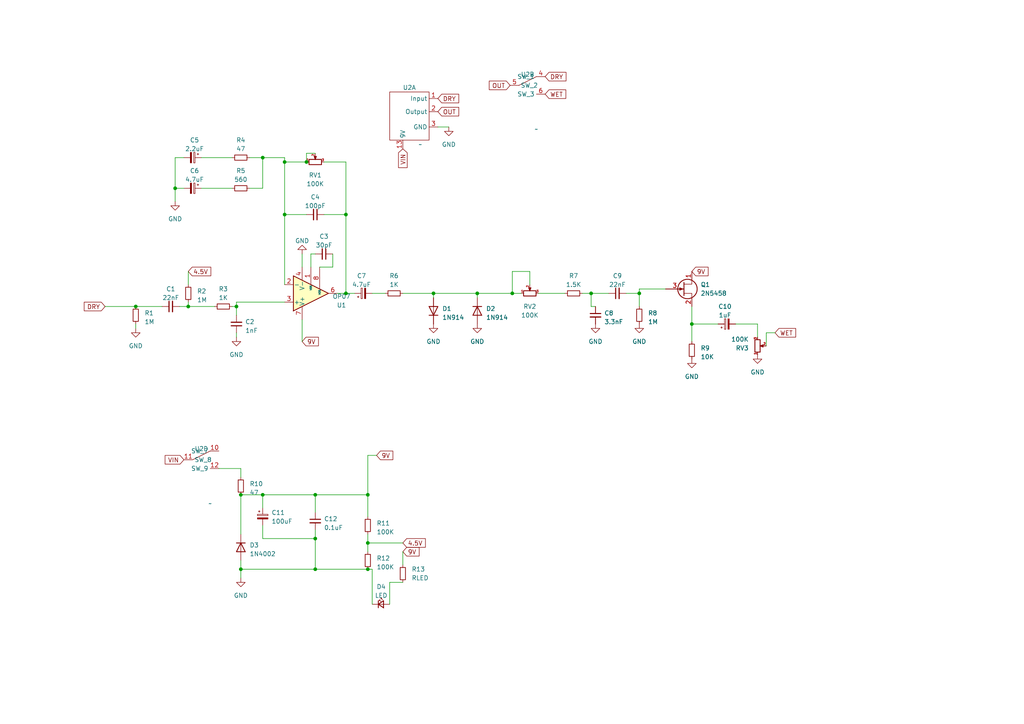
<source format=kicad_sch>
(kicad_sch
	(version 20231120)
	(generator "eeschema")
	(generator_version "8.0")
	(uuid "0538512a-3723-4dbd-84ca-bace65fa6b0f")
	(paper "A4")
	(lib_symbols
		(symbol "Amplifier_Operational:OP07"
			(pin_names
				(offset 0.127)
			)
			(exclude_from_sim no)
			(in_bom yes)
			(on_board yes)
			(property "Reference" "U"
				(at 1.27 6.35 0)
				(effects
					(font
						(size 1.27 1.27)
					)
					(justify left)
				)
			)
			(property "Value" "OP07"
				(at 1.27 3.81 0)
				(effects
					(font
						(size 1.27 1.27)
					)
					(justify left)
				)
			)
			(property "Footprint" ""
				(at 1.27 1.27 0)
				(effects
					(font
						(size 1.27 1.27)
					)
					(hide yes)
				)
			)
			(property "Datasheet" "https://www.analog.com/media/en/technical-documentation/data-sheets/OP07.pdf"
				(at 1.27 3.81 0)
				(effects
					(font
						(size 1.27 1.27)
					)
					(hide yes)
				)
			)
			(property "Description" "Single Ultra-Low Offset Voltage Operational Amplifier, DIP-8/SOIC-8"
				(at 0 0 0)
				(effects
					(font
						(size 1.27 1.27)
					)
					(hide yes)
				)
			)
			(property "ki_keywords" "single opamp"
				(at 0 0 0)
				(effects
					(font
						(size 1.27 1.27)
					)
					(hide yes)
				)
			)
			(property "ki_fp_filters" "DIP*W7.62mm* SOIC*3.9x4.9mm*P1.27mm* TO*99*"
				(at 0 0 0)
				(effects
					(font
						(size 1.27 1.27)
					)
					(hide yes)
				)
			)
			(symbol "OP07_0_1"
				(polyline
					(pts
						(xy -5.08 5.08) (xy 5.08 0) (xy -5.08 -5.08) (xy -5.08 5.08)
					)
					(stroke
						(width 0.254)
						(type default)
					)
					(fill
						(type background)
					)
				)
			)
			(symbol "OP07_1_1"
				(pin input line
					(at 0 -7.62 90)
					(length 5.08)
					(name "VOS"
						(effects
							(font
								(size 0.508 0.508)
							)
						)
					)
					(number "1"
						(effects
							(font
								(size 1.27 1.27)
							)
						)
					)
				)
				(pin input line
					(at -7.62 -2.54 0)
					(length 2.54)
					(name "-"
						(effects
							(font
								(size 1.27 1.27)
							)
						)
					)
					(number "2"
						(effects
							(font
								(size 1.27 1.27)
							)
						)
					)
				)
				(pin input line
					(at -7.62 2.54 0)
					(length 2.54)
					(name "+"
						(effects
							(font
								(size 1.27 1.27)
							)
						)
					)
					(number "3"
						(effects
							(font
								(size 1.27 1.27)
							)
						)
					)
				)
				(pin power_in line
					(at -2.54 -7.62 90)
					(length 3.81)
					(name "V-"
						(effects
							(font
								(size 1.27 1.27)
							)
						)
					)
					(number "4"
						(effects
							(font
								(size 1.27 1.27)
							)
						)
					)
				)
				(pin no_connect line
					(at 0 2.54 270)
					(length 2.54) hide
					(name "NC"
						(effects
							(font
								(size 1.27 1.27)
							)
						)
					)
					(number "5"
						(effects
							(font
								(size 1.27 1.27)
							)
						)
					)
				)
				(pin output line
					(at 7.62 0 180)
					(length 2.54)
					(name "~"
						(effects
							(font
								(size 1.27 1.27)
							)
						)
					)
					(number "6"
						(effects
							(font
								(size 1.27 1.27)
							)
						)
					)
				)
				(pin power_in line
					(at -2.54 7.62 270)
					(length 3.81)
					(name "V+"
						(effects
							(font
								(size 1.27 1.27)
							)
						)
					)
					(number "7"
						(effects
							(font
								(size 1.27 1.27)
							)
						)
					)
				)
				(pin input line
					(at 2.54 -7.62 90)
					(length 6.35)
					(name "VOS"
						(effects
							(font
								(size 0.508 0.508)
							)
						)
					)
					(number "8"
						(effects
							(font
								(size 1.27 1.27)
							)
						)
					)
				)
			)
		)
		(symbol "CustomPedalParts:EmptyPedal"
			(exclude_from_sim no)
			(in_bom yes)
			(on_board yes)
			(property "Reference" "U"
				(at -10.16 7.62 0)
				(effects
					(font
						(size 1.27 1.27)
					)
				)
			)
			(property "Value" ""
				(at -2.54 -10.16 0)
				(effects
					(font
						(size 1.27 1.27)
					)
				)
			)
			(property "Footprint" ""
				(at -2.54 -10.16 0)
				(effects
					(font
						(size 1.27 1.27)
					)
					(hide yes)
				)
			)
			(property "Datasheet" ""
				(at -2.54 -10.16 0)
				(effects
					(font
						(size 1.27 1.27)
					)
					(hide yes)
				)
			)
			(property "Description" ""
				(at 0 0 0)
				(effects
					(font
						(size 1.27 1.27)
					)
					(hide yes)
				)
			)
			(property "ki_locked" ""
				(at 0 0 0)
				(effects
					(font
						(size 1.27 1.27)
					)
				)
			)
			(symbol "EmptyPedal_1_1"
				(rectangle
					(start -11.43 5.08)
					(end 0 -8.89)
					(stroke
						(width 0)
						(type default)
					)
					(fill
						(type none)
					)
				)
				(pin input line
					(at 2.54 3.175 180)
					(length 2.54)
					(name "Input"
						(effects
							(font
								(size 1.27 1.27)
							)
						)
					)
					(number "1"
						(effects
							(font
								(size 1.27 1.27)
							)
						)
					)
				)
				(pin passive line
					(at -7.62 -11.43 90)
					(length 2.54)
					(name "9V"
						(effects
							(font
								(size 1.27 1.27)
							)
						)
					)
					(number "13"
						(effects
							(font
								(size 1.27 1.27)
							)
						)
					)
				)
				(pin output line
					(at 2.54 -0.635 180)
					(length 2.54)
					(name "Output"
						(effects
							(font
								(size 1.27 1.27)
							)
						)
					)
					(number "2"
						(effects
							(font
								(size 1.27 1.27)
							)
						)
					)
				)
				(pin passive line
					(at 2.54 -5.08 180)
					(length 2.54)
					(name "GND"
						(effects
							(font
								(size 1.27 1.27)
							)
						)
					)
					(number "3"
						(effects
							(font
								(size 1.27 1.27)
							)
						)
					)
				)
			)
			(symbol "EmptyPedal_2_1"
				(polyline
					(pts
						(xy -7.62 2.54) (xy -2.54 5.08)
					)
					(stroke
						(width 0)
						(type default)
					)
					(fill
						(type none)
					)
				)
				(pin passive line
					(at 0 5.08 180)
					(length 2.54)
					(name "SW_1"
						(effects
							(font
								(size 1.27 1.27)
							)
						)
					)
					(number "4"
						(effects
							(font
								(size 1.27 1.27)
							)
						)
					)
				)
				(pin passive line
					(at -10.16 2.54 0)
					(length 2.54)
					(name "SW_2"
						(effects
							(font
								(size 1.27 1.27)
							)
						)
					)
					(number "5"
						(effects
							(font
								(size 1.27 1.27)
							)
						)
					)
				)
				(pin passive line
					(at 0 0 180)
					(length 2.54)
					(name "SW_3"
						(effects
							(font
								(size 1.27 1.27)
							)
						)
					)
					(number "6"
						(effects
							(font
								(size 1.27 1.27)
							)
						)
					)
				)
			)
			(symbol "EmptyPedal_3_1"
				(polyline
					(pts
						(xy -7.62 2.54) (xy -2.54 5.08)
					)
					(stroke
						(width 0)
						(type default)
					)
					(fill
						(type none)
					)
				)
				(pin passive line
					(at 0 5.08 180)
					(length 2.54)
					(name "SW_4"
						(effects
							(font
								(size 1.27 1.27)
							)
						)
					)
					(number "7"
						(effects
							(font
								(size 1.27 1.27)
							)
						)
					)
				)
				(pin passive line
					(at -10.16 2.54 0)
					(length 2.54)
					(name "SW_5"
						(effects
							(font
								(size 1.27 1.27)
							)
						)
					)
					(number "8"
						(effects
							(font
								(size 1.27 1.27)
							)
						)
					)
				)
				(pin passive line
					(at 0 0 180)
					(length 2.54)
					(name "SW_6"
						(effects
							(font
								(size 1.27 1.27)
							)
						)
					)
					(number "9"
						(effects
							(font
								(size 1.27 1.27)
							)
						)
					)
				)
			)
			(symbol "EmptyPedal_4_1"
				(polyline
					(pts
						(xy -7.62 2.54) (xy -2.54 5.08)
					)
					(stroke
						(width 0)
						(type default)
					)
					(fill
						(type none)
					)
				)
				(pin passive line
					(at 0 5.08 180)
					(length 2.54)
					(name "SW_7"
						(effects
							(font
								(size 1.27 1.27)
							)
						)
					)
					(number "10"
						(effects
							(font
								(size 1.27 1.27)
							)
						)
					)
				)
				(pin passive line
					(at -10.16 2.54 0)
					(length 2.54)
					(name "SW_8"
						(effects
							(font
								(size 1.27 1.27)
							)
						)
					)
					(number "11"
						(effects
							(font
								(size 1.27 1.27)
							)
						)
					)
				)
				(pin passive line
					(at 0 0 180)
					(length 2.54)
					(name "SW_9"
						(effects
							(font
								(size 1.27 1.27)
							)
						)
					)
					(number "12"
						(effects
							(font
								(size 1.27 1.27)
							)
						)
					)
				)
			)
		)
		(symbol "Device:C_Polarized_Small"
			(pin_numbers hide)
			(pin_names
				(offset 0.254) hide)
			(exclude_from_sim no)
			(in_bom yes)
			(on_board yes)
			(property "Reference" "C"
				(at 0.254 1.778 0)
				(effects
					(font
						(size 1.27 1.27)
					)
					(justify left)
				)
			)
			(property "Value" "C_Polarized_Small"
				(at 0.254 -2.032 0)
				(effects
					(font
						(size 1.27 1.27)
					)
					(justify left)
				)
			)
			(property "Footprint" ""
				(at 0 0 0)
				(effects
					(font
						(size 1.27 1.27)
					)
					(hide yes)
				)
			)
			(property "Datasheet" "~"
				(at 0 0 0)
				(effects
					(font
						(size 1.27 1.27)
					)
					(hide yes)
				)
			)
			(property "Description" "Polarized capacitor, small symbol"
				(at 0 0 0)
				(effects
					(font
						(size 1.27 1.27)
					)
					(hide yes)
				)
			)
			(property "ki_keywords" "cap capacitor"
				(at 0 0 0)
				(effects
					(font
						(size 1.27 1.27)
					)
					(hide yes)
				)
			)
			(property "ki_fp_filters" "CP_*"
				(at 0 0 0)
				(effects
					(font
						(size 1.27 1.27)
					)
					(hide yes)
				)
			)
			(symbol "C_Polarized_Small_0_1"
				(rectangle
					(start -1.524 -0.3048)
					(end 1.524 -0.6858)
					(stroke
						(width 0)
						(type default)
					)
					(fill
						(type outline)
					)
				)
				(rectangle
					(start -1.524 0.6858)
					(end 1.524 0.3048)
					(stroke
						(width 0)
						(type default)
					)
					(fill
						(type none)
					)
				)
				(polyline
					(pts
						(xy -1.27 1.524) (xy -0.762 1.524)
					)
					(stroke
						(width 0)
						(type default)
					)
					(fill
						(type none)
					)
				)
				(polyline
					(pts
						(xy -1.016 1.27) (xy -1.016 1.778)
					)
					(stroke
						(width 0)
						(type default)
					)
					(fill
						(type none)
					)
				)
			)
			(symbol "C_Polarized_Small_1_1"
				(pin passive line
					(at 0 2.54 270)
					(length 1.8542)
					(name "~"
						(effects
							(font
								(size 1.27 1.27)
							)
						)
					)
					(number "1"
						(effects
							(font
								(size 1.27 1.27)
							)
						)
					)
				)
				(pin passive line
					(at 0 -2.54 90)
					(length 1.8542)
					(name "~"
						(effects
							(font
								(size 1.27 1.27)
							)
						)
					)
					(number "2"
						(effects
							(font
								(size 1.27 1.27)
							)
						)
					)
				)
			)
		)
		(symbol "Device:C_Small"
			(pin_numbers hide)
			(pin_names
				(offset 0.254) hide)
			(exclude_from_sim no)
			(in_bom yes)
			(on_board yes)
			(property "Reference" "C"
				(at 0.254 1.778 0)
				(effects
					(font
						(size 1.27 1.27)
					)
					(justify left)
				)
			)
			(property "Value" "C_Small"
				(at 0.254 -2.032 0)
				(effects
					(font
						(size 1.27 1.27)
					)
					(justify left)
				)
			)
			(property "Footprint" ""
				(at 0 0 0)
				(effects
					(font
						(size 1.27 1.27)
					)
					(hide yes)
				)
			)
			(property "Datasheet" "~"
				(at 0 0 0)
				(effects
					(font
						(size 1.27 1.27)
					)
					(hide yes)
				)
			)
			(property "Description" "Unpolarized capacitor, small symbol"
				(at 0 0 0)
				(effects
					(font
						(size 1.27 1.27)
					)
					(hide yes)
				)
			)
			(property "ki_keywords" "capacitor cap"
				(at 0 0 0)
				(effects
					(font
						(size 1.27 1.27)
					)
					(hide yes)
				)
			)
			(property "ki_fp_filters" "C_*"
				(at 0 0 0)
				(effects
					(font
						(size 1.27 1.27)
					)
					(hide yes)
				)
			)
			(symbol "C_Small_0_1"
				(polyline
					(pts
						(xy -1.524 -0.508) (xy 1.524 -0.508)
					)
					(stroke
						(width 0.3302)
						(type default)
					)
					(fill
						(type none)
					)
				)
				(polyline
					(pts
						(xy -1.524 0.508) (xy 1.524 0.508)
					)
					(stroke
						(width 0.3048)
						(type default)
					)
					(fill
						(type none)
					)
				)
			)
			(symbol "C_Small_1_1"
				(pin passive line
					(at 0 2.54 270)
					(length 2.032)
					(name "~"
						(effects
							(font
								(size 1.27 1.27)
							)
						)
					)
					(number "1"
						(effects
							(font
								(size 1.27 1.27)
							)
						)
					)
				)
				(pin passive line
					(at 0 -2.54 90)
					(length 2.032)
					(name "~"
						(effects
							(font
								(size 1.27 1.27)
							)
						)
					)
					(number "2"
						(effects
							(font
								(size 1.27 1.27)
							)
						)
					)
				)
			)
		)
		(symbol "Device:LED_Small"
			(pin_numbers hide)
			(pin_names
				(offset 0.254) hide)
			(exclude_from_sim no)
			(in_bom yes)
			(on_board yes)
			(property "Reference" "D"
				(at -1.27 3.175 0)
				(effects
					(font
						(size 1.27 1.27)
					)
					(justify left)
				)
			)
			(property "Value" "LED_Small"
				(at -4.445 -2.54 0)
				(effects
					(font
						(size 1.27 1.27)
					)
					(justify left)
				)
			)
			(property "Footprint" ""
				(at 0 0 90)
				(effects
					(font
						(size 1.27 1.27)
					)
					(hide yes)
				)
			)
			(property "Datasheet" "~"
				(at 0 0 90)
				(effects
					(font
						(size 1.27 1.27)
					)
					(hide yes)
				)
			)
			(property "Description" "Light emitting diode, small symbol"
				(at 0 0 0)
				(effects
					(font
						(size 1.27 1.27)
					)
					(hide yes)
				)
			)
			(property "ki_keywords" "LED diode light-emitting-diode"
				(at 0 0 0)
				(effects
					(font
						(size 1.27 1.27)
					)
					(hide yes)
				)
			)
			(property "ki_fp_filters" "LED* LED_SMD:* LED_THT:*"
				(at 0 0 0)
				(effects
					(font
						(size 1.27 1.27)
					)
					(hide yes)
				)
			)
			(symbol "LED_Small_0_1"
				(polyline
					(pts
						(xy -0.762 -1.016) (xy -0.762 1.016)
					)
					(stroke
						(width 0.254)
						(type default)
					)
					(fill
						(type none)
					)
				)
				(polyline
					(pts
						(xy 1.016 0) (xy -0.762 0)
					)
					(stroke
						(width 0)
						(type default)
					)
					(fill
						(type none)
					)
				)
				(polyline
					(pts
						(xy 0.762 -1.016) (xy -0.762 0) (xy 0.762 1.016) (xy 0.762 -1.016)
					)
					(stroke
						(width 0.254)
						(type default)
					)
					(fill
						(type none)
					)
				)
				(polyline
					(pts
						(xy 0 0.762) (xy -0.508 1.27) (xy -0.254 1.27) (xy -0.508 1.27) (xy -0.508 1.016)
					)
					(stroke
						(width 0)
						(type default)
					)
					(fill
						(type none)
					)
				)
				(polyline
					(pts
						(xy 0.508 1.27) (xy 0 1.778) (xy 0.254 1.778) (xy 0 1.778) (xy 0 1.524)
					)
					(stroke
						(width 0)
						(type default)
					)
					(fill
						(type none)
					)
				)
			)
			(symbol "LED_Small_1_1"
				(pin passive line
					(at -2.54 0 0)
					(length 1.778)
					(name "K"
						(effects
							(font
								(size 1.27 1.27)
							)
						)
					)
					(number "1"
						(effects
							(font
								(size 1.27 1.27)
							)
						)
					)
				)
				(pin passive line
					(at 2.54 0 180)
					(length 1.778)
					(name "A"
						(effects
							(font
								(size 1.27 1.27)
							)
						)
					)
					(number "2"
						(effects
							(font
								(size 1.27 1.27)
							)
						)
					)
				)
			)
		)
		(symbol "Device:Q_NJFET_DSG"
			(pin_names
				(offset 0) hide)
			(exclude_from_sim no)
			(in_bom yes)
			(on_board yes)
			(property "Reference" "Q"
				(at 5.08 1.27 0)
				(effects
					(font
						(size 1.27 1.27)
					)
					(justify left)
				)
			)
			(property "Value" "Q_NJFET_DSG"
				(at 5.08 -1.27 0)
				(effects
					(font
						(size 1.27 1.27)
					)
					(justify left)
				)
			)
			(property "Footprint" ""
				(at 5.08 2.54 0)
				(effects
					(font
						(size 1.27 1.27)
					)
					(hide yes)
				)
			)
			(property "Datasheet" "~"
				(at 0 0 0)
				(effects
					(font
						(size 1.27 1.27)
					)
					(hide yes)
				)
			)
			(property "Description" "N-JFET transistor, drain/source/gate"
				(at 0 0 0)
				(effects
					(font
						(size 1.27 1.27)
					)
					(hide yes)
				)
			)
			(property "ki_keywords" "transistor NJFET N-JFET"
				(at 0 0 0)
				(effects
					(font
						(size 1.27 1.27)
					)
					(hide yes)
				)
			)
			(symbol "Q_NJFET_DSG_0_1"
				(polyline
					(pts
						(xy 0.254 1.905) (xy 0.254 -1.905) (xy 0.254 -1.905)
					)
					(stroke
						(width 0.254)
						(type default)
					)
					(fill
						(type none)
					)
				)
				(polyline
					(pts
						(xy 2.54 -2.54) (xy 2.54 -1.27) (xy 0.254 -1.27)
					)
					(stroke
						(width 0)
						(type default)
					)
					(fill
						(type none)
					)
				)
				(polyline
					(pts
						(xy 2.54 2.54) (xy 2.54 1.397) (xy 0.254 1.397)
					)
					(stroke
						(width 0)
						(type default)
					)
					(fill
						(type none)
					)
				)
				(polyline
					(pts
						(xy 0 0) (xy -1.016 0.381) (xy -1.016 -0.381) (xy 0 0)
					)
					(stroke
						(width 0)
						(type default)
					)
					(fill
						(type outline)
					)
				)
				(circle
					(center 1.27 0)
					(radius 2.8194)
					(stroke
						(width 0.254)
						(type default)
					)
					(fill
						(type none)
					)
				)
			)
			(symbol "Q_NJFET_DSG_1_1"
				(pin passive line
					(at 2.54 5.08 270)
					(length 2.54)
					(name "D"
						(effects
							(font
								(size 1.27 1.27)
							)
						)
					)
					(number "1"
						(effects
							(font
								(size 1.27 1.27)
							)
						)
					)
				)
				(pin passive line
					(at 2.54 -5.08 90)
					(length 2.54)
					(name "S"
						(effects
							(font
								(size 1.27 1.27)
							)
						)
					)
					(number "2"
						(effects
							(font
								(size 1.27 1.27)
							)
						)
					)
				)
				(pin input line
					(at -5.08 0 0)
					(length 5.334)
					(name "G"
						(effects
							(font
								(size 1.27 1.27)
							)
						)
					)
					(number "3"
						(effects
							(font
								(size 1.27 1.27)
							)
						)
					)
				)
			)
		)
		(symbol "Device:R_Potentiometer_Small"
			(pin_names
				(offset 1.016) hide)
			(exclude_from_sim no)
			(in_bom yes)
			(on_board yes)
			(property "Reference" "RV"
				(at -4.445 0 90)
				(effects
					(font
						(size 1.27 1.27)
					)
				)
			)
			(property "Value" "R_Potentiometer_Small"
				(at -2.54 0 90)
				(effects
					(font
						(size 1.27 1.27)
					)
				)
			)
			(property "Footprint" ""
				(at 0 0 0)
				(effects
					(font
						(size 1.27 1.27)
					)
					(hide yes)
				)
			)
			(property "Datasheet" "~"
				(at 0 0 0)
				(effects
					(font
						(size 1.27 1.27)
					)
					(hide yes)
				)
			)
			(property "Description" "Potentiometer"
				(at 0 0 0)
				(effects
					(font
						(size 1.27 1.27)
					)
					(hide yes)
				)
			)
			(property "ki_keywords" "resistor variable"
				(at 0 0 0)
				(effects
					(font
						(size 1.27 1.27)
					)
					(hide yes)
				)
			)
			(property "ki_fp_filters" "Potentiometer*"
				(at 0 0 0)
				(effects
					(font
						(size 1.27 1.27)
					)
					(hide yes)
				)
			)
			(symbol "R_Potentiometer_Small_0_1"
				(polyline
					(pts
						(xy 0.889 0) (xy 0.635 0) (xy 1.651 0.381) (xy 1.651 -0.381) (xy 0.635 0) (xy 0.889 0)
					)
					(stroke
						(width 0)
						(type default)
					)
					(fill
						(type outline)
					)
				)
				(rectangle
					(start 0.762 1.8034)
					(end -0.762 -1.8034)
					(stroke
						(width 0.254)
						(type default)
					)
					(fill
						(type none)
					)
				)
			)
			(symbol "R_Potentiometer_Small_1_1"
				(pin passive line
					(at 0 2.54 270)
					(length 0.635)
					(name "1"
						(effects
							(font
								(size 0.635 0.635)
							)
						)
					)
					(number "1"
						(effects
							(font
								(size 0.635 0.635)
							)
						)
					)
				)
				(pin passive line
					(at 2.54 0 180)
					(length 0.9906)
					(name "2"
						(effects
							(font
								(size 0.635 0.635)
							)
						)
					)
					(number "2"
						(effects
							(font
								(size 0.635 0.635)
							)
						)
					)
				)
				(pin passive line
					(at 0 -2.54 90)
					(length 0.635)
					(name "3"
						(effects
							(font
								(size 0.635 0.635)
							)
						)
					)
					(number "3"
						(effects
							(font
								(size 0.635 0.635)
							)
						)
					)
				)
			)
		)
		(symbol "Device:R_Small"
			(pin_numbers hide)
			(pin_names
				(offset 0.254) hide)
			(exclude_from_sim no)
			(in_bom yes)
			(on_board yes)
			(property "Reference" "R"
				(at 0.762 0.508 0)
				(effects
					(font
						(size 1.27 1.27)
					)
					(justify left)
				)
			)
			(property "Value" "R_Small"
				(at 0.762 -1.016 0)
				(effects
					(font
						(size 1.27 1.27)
					)
					(justify left)
				)
			)
			(property "Footprint" ""
				(at 0 0 0)
				(effects
					(font
						(size 1.27 1.27)
					)
					(hide yes)
				)
			)
			(property "Datasheet" "~"
				(at 0 0 0)
				(effects
					(font
						(size 1.27 1.27)
					)
					(hide yes)
				)
			)
			(property "Description" "Resistor, small symbol"
				(at 0 0 0)
				(effects
					(font
						(size 1.27 1.27)
					)
					(hide yes)
				)
			)
			(property "ki_keywords" "R resistor"
				(at 0 0 0)
				(effects
					(font
						(size 1.27 1.27)
					)
					(hide yes)
				)
			)
			(property "ki_fp_filters" "R_*"
				(at 0 0 0)
				(effects
					(font
						(size 1.27 1.27)
					)
					(hide yes)
				)
			)
			(symbol "R_Small_0_1"
				(rectangle
					(start -0.762 1.778)
					(end 0.762 -1.778)
					(stroke
						(width 0.2032)
						(type default)
					)
					(fill
						(type none)
					)
				)
			)
			(symbol "R_Small_1_1"
				(pin passive line
					(at 0 2.54 270)
					(length 0.762)
					(name "~"
						(effects
							(font
								(size 1.27 1.27)
							)
						)
					)
					(number "1"
						(effects
							(font
								(size 1.27 1.27)
							)
						)
					)
				)
				(pin passive line
					(at 0 -2.54 90)
					(length 0.762)
					(name "~"
						(effects
							(font
								(size 1.27 1.27)
							)
						)
					)
					(number "2"
						(effects
							(font
								(size 1.27 1.27)
							)
						)
					)
				)
			)
		)
		(symbol "Diode:1N4002"
			(pin_numbers hide)
			(pin_names hide)
			(exclude_from_sim no)
			(in_bom yes)
			(on_board yes)
			(property "Reference" "D"
				(at 0 2.54 0)
				(effects
					(font
						(size 1.27 1.27)
					)
				)
			)
			(property "Value" "1N4002"
				(at 0 -2.54 0)
				(effects
					(font
						(size 1.27 1.27)
					)
				)
			)
			(property "Footprint" "Diode_THT:D_DO-41_SOD81_P10.16mm_Horizontal"
				(at 0 -4.445 0)
				(effects
					(font
						(size 1.27 1.27)
					)
					(hide yes)
				)
			)
			(property "Datasheet" "http://www.vishay.com/docs/88503/1n4001.pdf"
				(at 0 0 0)
				(effects
					(font
						(size 1.27 1.27)
					)
					(hide yes)
				)
			)
			(property "Description" "100V 1A General Purpose Rectifier Diode, DO-41"
				(at 0 0 0)
				(effects
					(font
						(size 1.27 1.27)
					)
					(hide yes)
				)
			)
			(property "Sim.Device" "D"
				(at 0 0 0)
				(effects
					(font
						(size 1.27 1.27)
					)
					(hide yes)
				)
			)
			(property "Sim.Pins" "1=K 2=A"
				(at 0 0 0)
				(effects
					(font
						(size 1.27 1.27)
					)
					(hide yes)
				)
			)
			(property "ki_keywords" "diode"
				(at 0 0 0)
				(effects
					(font
						(size 1.27 1.27)
					)
					(hide yes)
				)
			)
			(property "ki_fp_filters" "D*DO?41*"
				(at 0 0 0)
				(effects
					(font
						(size 1.27 1.27)
					)
					(hide yes)
				)
			)
			(symbol "1N4002_0_1"
				(polyline
					(pts
						(xy -1.27 1.27) (xy -1.27 -1.27)
					)
					(stroke
						(width 0.254)
						(type default)
					)
					(fill
						(type none)
					)
				)
				(polyline
					(pts
						(xy 1.27 0) (xy -1.27 0)
					)
					(stroke
						(width 0)
						(type default)
					)
					(fill
						(type none)
					)
				)
				(polyline
					(pts
						(xy 1.27 1.27) (xy 1.27 -1.27) (xy -1.27 0) (xy 1.27 1.27)
					)
					(stroke
						(width 0.254)
						(type default)
					)
					(fill
						(type none)
					)
				)
			)
			(symbol "1N4002_1_1"
				(pin passive line
					(at -3.81 0 0)
					(length 2.54)
					(name "K"
						(effects
							(font
								(size 1.27 1.27)
							)
						)
					)
					(number "1"
						(effects
							(font
								(size 1.27 1.27)
							)
						)
					)
				)
				(pin passive line
					(at 3.81 0 180)
					(length 2.54)
					(name "A"
						(effects
							(font
								(size 1.27 1.27)
							)
						)
					)
					(number "2"
						(effects
							(font
								(size 1.27 1.27)
							)
						)
					)
				)
			)
		)
		(symbol "Diode:1N914"
			(pin_numbers hide)
			(pin_names hide)
			(exclude_from_sim no)
			(in_bom yes)
			(on_board yes)
			(property "Reference" "D"
				(at 0 2.54 0)
				(effects
					(font
						(size 1.27 1.27)
					)
				)
			)
			(property "Value" "1N914"
				(at 0 -2.54 0)
				(effects
					(font
						(size 1.27 1.27)
					)
				)
			)
			(property "Footprint" "Diode_THT:D_DO-35_SOD27_P7.62mm_Horizontal"
				(at 0 -4.445 0)
				(effects
					(font
						(size 1.27 1.27)
					)
					(hide yes)
				)
			)
			(property "Datasheet" "http://www.vishay.com/docs/85622/1n914.pdf"
				(at 0 0 0)
				(effects
					(font
						(size 1.27 1.27)
					)
					(hide yes)
				)
			)
			(property "Description" "100V 0.3A Small Signal Fast Switching Diode, DO-35"
				(at 0 0 0)
				(effects
					(font
						(size 1.27 1.27)
					)
					(hide yes)
				)
			)
			(property "Sim.Device" "D"
				(at 0 0 0)
				(effects
					(font
						(size 1.27 1.27)
					)
					(hide yes)
				)
			)
			(property "Sim.Pins" "1=K 2=A"
				(at 0 0 0)
				(effects
					(font
						(size 1.27 1.27)
					)
					(hide yes)
				)
			)
			(property "ki_keywords" "diode"
				(at 0 0 0)
				(effects
					(font
						(size 1.27 1.27)
					)
					(hide yes)
				)
			)
			(property "ki_fp_filters" "D*DO?35*"
				(at 0 0 0)
				(effects
					(font
						(size 1.27 1.27)
					)
					(hide yes)
				)
			)
			(symbol "1N914_0_1"
				(polyline
					(pts
						(xy -1.27 1.27) (xy -1.27 -1.27)
					)
					(stroke
						(width 0.254)
						(type default)
					)
					(fill
						(type none)
					)
				)
				(polyline
					(pts
						(xy 1.27 0) (xy -1.27 0)
					)
					(stroke
						(width 0)
						(type default)
					)
					(fill
						(type none)
					)
				)
				(polyline
					(pts
						(xy 1.27 1.27) (xy 1.27 -1.27) (xy -1.27 0) (xy 1.27 1.27)
					)
					(stroke
						(width 0.254)
						(type default)
					)
					(fill
						(type none)
					)
				)
			)
			(symbol "1N914_1_1"
				(pin passive line
					(at -3.81 0 0)
					(length 2.54)
					(name "K"
						(effects
							(font
								(size 1.27 1.27)
							)
						)
					)
					(number "1"
						(effects
							(font
								(size 1.27 1.27)
							)
						)
					)
				)
				(pin passive line
					(at 3.81 0 180)
					(length 2.54)
					(name "A"
						(effects
							(font
								(size 1.27 1.27)
							)
						)
					)
					(number "2"
						(effects
							(font
								(size 1.27 1.27)
							)
						)
					)
				)
			)
		)
		(symbol "power:GND"
			(power)
			(pin_names
				(offset 0)
			)
			(exclude_from_sim no)
			(in_bom yes)
			(on_board yes)
			(property "Reference" "#PWR"
				(at 0 -6.35 0)
				(effects
					(font
						(size 1.27 1.27)
					)
					(hide yes)
				)
			)
			(property "Value" "GND"
				(at 0 -3.81 0)
				(effects
					(font
						(size 1.27 1.27)
					)
				)
			)
			(property "Footprint" ""
				(at 0 0 0)
				(effects
					(font
						(size 1.27 1.27)
					)
					(hide yes)
				)
			)
			(property "Datasheet" ""
				(at 0 0 0)
				(effects
					(font
						(size 1.27 1.27)
					)
					(hide yes)
				)
			)
			(property "Description" "Power symbol creates a global label with name \"GND\" , ground"
				(at 0 0 0)
				(effects
					(font
						(size 1.27 1.27)
					)
					(hide yes)
				)
			)
			(property "ki_keywords" "global power"
				(at 0 0 0)
				(effects
					(font
						(size 1.27 1.27)
					)
					(hide yes)
				)
			)
			(symbol "GND_0_1"
				(polyline
					(pts
						(xy 0 0) (xy 0 -1.27) (xy 1.27 -1.27) (xy 0 -2.54) (xy -1.27 -1.27) (xy 0 -1.27)
					)
					(stroke
						(width 0)
						(type default)
					)
					(fill
						(type none)
					)
				)
			)
			(symbol "GND_1_1"
				(pin power_in line
					(at 0 0 270)
					(length 0) hide
					(name "GND"
						(effects
							(font
								(size 1.27 1.27)
							)
						)
					)
					(number "1"
						(effects
							(font
								(size 1.27 1.27)
							)
						)
					)
				)
			)
		)
	)
	(junction
		(at 185.42 85.09)
		(diameter 0)
		(color 0 0 0 0)
		(uuid "099bf7e9-ff9c-4f98-9ac4-11996d2ca4b2")
	)
	(junction
		(at 68.58 88.9)
		(diameter 0)
		(color 0 0 0 0)
		(uuid "1d51d208-986e-4174-8394-513b1c811fa8")
	)
	(junction
		(at 171.45 85.09)
		(diameter 0)
		(color 0 0 0 0)
		(uuid "20cdacdb-ffed-4afc-9a15-0b72a6edec63")
	)
	(junction
		(at 91.44 143.51)
		(diameter 0)
		(color 0 0 0 0)
		(uuid "3873940c-96f7-46d3-ae6e-23cb985b1432")
	)
	(junction
		(at 88.9 46.99)
		(diameter 0)
		(color 0 0 0 0)
		(uuid "3b3bf771-70ea-44d8-9bc5-5e832cb4cbc1")
	)
	(junction
		(at 100.33 62.23)
		(diameter 0)
		(color 0 0 0 0)
		(uuid "3b4cba15-aca8-4abb-b707-9f7bcb657b99")
	)
	(junction
		(at 100.33 85.09)
		(diameter 0)
		(color 0 0 0 0)
		(uuid "4eb0564a-8983-418d-b064-e60e39006f35")
	)
	(junction
		(at 91.44 156.21)
		(diameter 0)
		(color 0 0 0 0)
		(uuid "6bee35be-a1d5-4d66-a45a-b4028e6938a0")
	)
	(junction
		(at 91.44 165.1)
		(diameter 0)
		(color 0 0 0 0)
		(uuid "6d5288a7-3869-4448-bd03-d002ec483e87")
	)
	(junction
		(at 76.2 45.72)
		(diameter 0)
		(color 0 0 0 0)
		(uuid "72d6a582-705d-4bb0-a30a-bee20d4443bd")
	)
	(junction
		(at 200.66 93.98)
		(diameter 0)
		(color 0 0 0 0)
		(uuid "83f47900-6aa8-4956-9d3f-695158a483bf")
	)
	(junction
		(at 138.43 85.09)
		(diameter 0)
		(color 0 0 0 0)
		(uuid "8fca8a40-754e-4514-b706-42fe6366a1a3")
	)
	(junction
		(at 125.73 85.09)
		(diameter 0)
		(color 0 0 0 0)
		(uuid "965491c0-9be8-4025-9459-5655060b20aa")
	)
	(junction
		(at 76.2 143.51)
		(diameter 0)
		(color 0 0 0 0)
		(uuid "99564992-3137-4703-8f2a-37556fdd14d4")
	)
	(junction
		(at 106.68 165.1)
		(diameter 0)
		(color 0 0 0 0)
		(uuid "9ed8e090-c2f3-41ef-91e1-836f43b559e5")
	)
	(junction
		(at 106.68 143.51)
		(diameter 0)
		(color 0 0 0 0)
		(uuid "a154010e-2ec7-48e4-bff6-a62a64de6843")
	)
	(junction
		(at 39.37 88.9)
		(diameter 0)
		(color 0 0 0 0)
		(uuid "a5310e20-2850-4615-b420-cb07b4d4f5f9")
	)
	(junction
		(at 106.68 157.48)
		(diameter 0)
		(color 0 0 0 0)
		(uuid "afb41f3b-ff6a-4909-8c17-55964e3c2677")
	)
	(junction
		(at 69.85 165.1)
		(diameter 0)
		(color 0 0 0 0)
		(uuid "b649ff4b-c117-4d52-a4f4-5fd233d5bd0a")
	)
	(junction
		(at 50.8 54.61)
		(diameter 0)
		(color 0 0 0 0)
		(uuid "d08c3fdd-2f6e-46f9-89fe-4ea5131dfb6e")
	)
	(junction
		(at 69.85 143.51)
		(diameter 0)
		(color 0 0 0 0)
		(uuid "ddb22b42-e494-4dff-b7fe-6962c7c13ff5")
	)
	(junction
		(at 54.61 88.9)
		(diameter 0)
		(color 0 0 0 0)
		(uuid "f07bb8cd-c647-49ae-b28b-ee0f05a0e7fc")
	)
	(junction
		(at 82.55 46.99)
		(diameter 0)
		(color 0 0 0 0)
		(uuid "fee2ba31-8690-459f-ba41-6df78711c6fb")
	)
	(junction
		(at 148.59 85.09)
		(diameter 0)
		(color 0 0 0 0)
		(uuid "fefc303b-658b-4886-bf71-c79607246f28")
	)
	(junction
		(at 82.55 62.23)
		(diameter 0)
		(color 0 0 0 0)
		(uuid "ff5ec4b9-8175-4b6a-a594-5bd8865bdd6d")
	)
	(wire
		(pts
			(xy 90.17 77.47) (xy 90.17 73.66)
		)
		(stroke
			(width 0)
			(type default)
		)
		(uuid "03d5a650-6724-4e70-91a3-469d80b0dd54")
	)
	(wire
		(pts
			(xy 87.63 73.66) (xy 87.63 77.47)
		)
		(stroke
			(width 0)
			(type default)
		)
		(uuid "042bb9cb-4b1d-4a5a-9a0f-5abfb18d4323")
	)
	(wire
		(pts
			(xy 87.63 99.06) (xy 87.63 92.71)
		)
		(stroke
			(width 0)
			(type default)
		)
		(uuid "075ff548-69c0-4216-8d59-530a1609691b")
	)
	(wire
		(pts
			(xy 93.98 46.99) (xy 100.33 46.99)
		)
		(stroke
			(width 0)
			(type default)
		)
		(uuid "088bf17f-ea0e-4ede-9d84-eb6c57d4a4d5")
	)
	(wire
		(pts
			(xy 88.9 44.45) (xy 91.44 44.45)
		)
		(stroke
			(width 0)
			(type default)
		)
		(uuid "099feeaa-5554-4cdf-bc3c-01d738398af6")
	)
	(wire
		(pts
			(xy 50.8 54.61) (xy 53.34 54.61)
		)
		(stroke
			(width 0)
			(type default)
		)
		(uuid "0b7f7f82-e3a9-4fe7-b0ed-34b198ba5018")
	)
	(wire
		(pts
			(xy 39.37 95.25) (xy 39.37 93.98)
		)
		(stroke
			(width 0)
			(type default)
		)
		(uuid "0ddcb29c-d950-4b78-8c82-4a1e9fd1b319")
	)
	(wire
		(pts
			(xy 176.53 85.09) (xy 171.45 85.09)
		)
		(stroke
			(width 0)
			(type default)
		)
		(uuid "1051c2db-bfe3-4fb1-b026-b59368d11b4c")
	)
	(wire
		(pts
			(xy 50.8 45.72) (xy 50.8 54.61)
		)
		(stroke
			(width 0)
			(type default)
		)
		(uuid "10c1ca90-59b7-41a9-adea-eb4b59d17f40")
	)
	(wire
		(pts
			(xy 200.66 99.06) (xy 200.66 93.98)
		)
		(stroke
			(width 0)
			(type default)
		)
		(uuid "1180ad4f-701e-428b-a76d-8617d0162b2e")
	)
	(wire
		(pts
			(xy 76.2 54.61) (xy 76.2 45.72)
		)
		(stroke
			(width 0)
			(type default)
		)
		(uuid "118d7f5d-7be6-4fe9-bf79-74dcdb14172c")
	)
	(wire
		(pts
			(xy 171.45 88.9) (xy 171.45 85.09)
		)
		(stroke
			(width 0)
			(type default)
		)
		(uuid "1ac28cdd-ba2f-4ae9-af56-79ba1ae11411")
	)
	(wire
		(pts
			(xy 68.58 87.63) (xy 68.58 88.9)
		)
		(stroke
			(width 0)
			(type default)
		)
		(uuid "1de65321-f7c8-4123-8f80-2e33f18490a4")
	)
	(wire
		(pts
			(xy 68.58 88.9) (xy 68.58 91.44)
		)
		(stroke
			(width 0)
			(type default)
		)
		(uuid "1e8c2f2a-0392-4d8a-b89a-63c83c7f271b")
	)
	(wire
		(pts
			(xy 106.68 149.86) (xy 106.68 143.51)
		)
		(stroke
			(width 0)
			(type default)
		)
		(uuid "1f7b2527-cde5-4023-be36-b701d1521a5b")
	)
	(wire
		(pts
			(xy 100.33 62.23) (xy 93.98 62.23)
		)
		(stroke
			(width 0)
			(type default)
		)
		(uuid "212f1459-f039-4132-aafb-72a379df403e")
	)
	(wire
		(pts
			(xy 54.61 88.9) (xy 62.23 88.9)
		)
		(stroke
			(width 0)
			(type default)
		)
		(uuid "2850a259-fa60-48e6-8bee-8a476a272015")
	)
	(wire
		(pts
			(xy 53.34 45.72) (xy 50.8 45.72)
		)
		(stroke
			(width 0)
			(type default)
		)
		(uuid "2fa167cb-2c49-4333-9c59-0d35eab3b235")
	)
	(wire
		(pts
			(xy 111.76 85.09) (xy 107.95 85.09)
		)
		(stroke
			(width 0)
			(type default)
		)
		(uuid "318ca50f-df33-45aa-bf4f-9e1e840331df")
	)
	(wire
		(pts
			(xy 200.66 93.98) (xy 200.66 88.9)
		)
		(stroke
			(width 0)
			(type default)
		)
		(uuid "333ebce8-f5d8-46a6-95ed-0edae1661412")
	)
	(wire
		(pts
			(xy 185.42 88.9) (xy 185.42 85.09)
		)
		(stroke
			(width 0)
			(type default)
		)
		(uuid "385a0e10-571d-4117-a8fc-172419161eea")
	)
	(wire
		(pts
			(xy 208.28 93.98) (xy 200.66 93.98)
		)
		(stroke
			(width 0)
			(type default)
		)
		(uuid "39a72b51-027e-417b-a370-95000537fb73")
	)
	(wire
		(pts
			(xy 106.68 154.94) (xy 106.68 157.48)
		)
		(stroke
			(width 0)
			(type default)
		)
		(uuid "3a4fc057-8c2d-4e39-8a23-9050f0ec5272")
	)
	(wire
		(pts
			(xy 102.87 85.09) (xy 100.33 85.09)
		)
		(stroke
			(width 0)
			(type default)
		)
		(uuid "3abe3978-a88e-4fb7-894b-407892e45870")
	)
	(wire
		(pts
			(xy 52.07 88.9) (xy 54.61 88.9)
		)
		(stroke
			(width 0)
			(type default)
		)
		(uuid "3d62eb28-6c2e-4e6c-a004-6625c4fa8457")
	)
	(wire
		(pts
			(xy 76.2 45.72) (xy 72.39 45.72)
		)
		(stroke
			(width 0)
			(type default)
		)
		(uuid "41cf3eb7-aac6-4d89-8e7a-565c653173db")
	)
	(wire
		(pts
			(xy 88.9 46.99) (xy 82.55 46.99)
		)
		(stroke
			(width 0)
			(type default)
		)
		(uuid "44aadc1f-dcfe-476e-bcdb-4999a7ce3a15")
	)
	(wire
		(pts
			(xy 54.61 88.9) (xy 54.61 87.63)
		)
		(stroke
			(width 0)
			(type default)
		)
		(uuid "47704dae-c309-493e-a5d5-370b65b6b5a2")
	)
	(wire
		(pts
			(xy 106.68 157.48) (xy 106.68 160.02)
		)
		(stroke
			(width 0)
			(type default)
		)
		(uuid "4a3de924-b99b-4e45-8ade-e8257c99d5bd")
	)
	(wire
		(pts
			(xy 172.72 88.9) (xy 171.45 88.9)
		)
		(stroke
			(width 0)
			(type default)
		)
		(uuid "4aa04d1f-ce78-442b-a73c-b0e6f06aa74b")
	)
	(wire
		(pts
			(xy 97.79 85.09) (xy 100.33 85.09)
		)
		(stroke
			(width 0)
			(type default)
		)
		(uuid "51ed6d11-daea-4d33-a1e9-6044d33bd22f")
	)
	(wire
		(pts
			(xy 193.04 83.82) (xy 185.42 83.82)
		)
		(stroke
			(width 0)
			(type default)
		)
		(uuid "52761771-d7bb-4681-a562-0d4e6fc63df5")
	)
	(wire
		(pts
			(xy 69.85 135.89) (xy 69.85 138.43)
		)
		(stroke
			(width 0)
			(type default)
		)
		(uuid "534f3355-b5af-407e-9e01-ce4c769a5f7e")
	)
	(wire
		(pts
			(xy 82.55 46.99) (xy 82.55 62.23)
		)
		(stroke
			(width 0)
			(type default)
		)
		(uuid "5ca05fa1-b22e-42cc-8842-f80420195ee8")
	)
	(wire
		(pts
			(xy 219.71 93.98) (xy 219.71 97.79)
		)
		(stroke
			(width 0)
			(type default)
		)
		(uuid "5d9dc012-65e7-435e-95ad-2843fb514d8c")
	)
	(wire
		(pts
			(xy 68.58 96.52) (xy 68.58 97.79)
		)
		(stroke
			(width 0)
			(type default)
		)
		(uuid "5db4a8d2-14cf-4d37-b6a3-b197fc94b59c")
	)
	(wire
		(pts
			(xy 30.48 88.9) (xy 39.37 88.9)
		)
		(stroke
			(width 0)
			(type default)
		)
		(uuid "5f96e34e-01bf-4132-802a-b808b9015143")
	)
	(wire
		(pts
			(xy 54.61 78.74) (xy 54.61 82.55)
		)
		(stroke
			(width 0)
			(type default)
		)
		(uuid "6182b4b2-d188-46fb-ae25-5e6ea60dae34")
	)
	(wire
		(pts
			(xy 153.67 82.55) (xy 153.67 78.74)
		)
		(stroke
			(width 0)
			(type default)
		)
		(uuid "641501e4-788a-487b-83c2-8671fe0e954d")
	)
	(wire
		(pts
			(xy 185.42 83.82) (xy 185.42 85.09)
		)
		(stroke
			(width 0)
			(type default)
		)
		(uuid "66a94304-4f1b-4003-9ea9-bc0f42696e19")
	)
	(wire
		(pts
			(xy 109.22 132.08) (xy 106.68 132.08)
		)
		(stroke
			(width 0)
			(type default)
		)
		(uuid "6a1f5c4d-da26-4717-8645-ea8bc3992b86")
	)
	(wire
		(pts
			(xy 185.42 85.09) (xy 181.61 85.09)
		)
		(stroke
			(width 0)
			(type default)
		)
		(uuid "6a752885-ba28-4d98-a466-293c1909c28c")
	)
	(wire
		(pts
			(xy 106.68 143.51) (xy 91.44 143.51)
		)
		(stroke
			(width 0)
			(type default)
		)
		(uuid "6cb340ec-d5b3-47c1-9800-66bf08045f5f")
	)
	(wire
		(pts
			(xy 69.85 165.1) (xy 91.44 165.1)
		)
		(stroke
			(width 0)
			(type default)
		)
		(uuid "70039978-6c25-40b0-ba1b-611f0a57816b")
	)
	(wire
		(pts
			(xy 39.37 88.9) (xy 46.99 88.9)
		)
		(stroke
			(width 0)
			(type default)
		)
		(uuid "73a59ee8-f28a-4a39-bec4-0b7f17e052ef")
	)
	(wire
		(pts
			(xy 116.84 168.91) (xy 113.03 168.91)
		)
		(stroke
			(width 0)
			(type default)
		)
		(uuid "77cc6b7e-0a09-4817-bc7a-1102637295be")
	)
	(wire
		(pts
			(xy 76.2 45.72) (xy 82.55 45.72)
		)
		(stroke
			(width 0)
			(type default)
		)
		(uuid "7a2182ca-020c-43bf-8723-fdeee506c88f")
	)
	(wire
		(pts
			(xy 125.73 85.09) (xy 125.73 86.36)
		)
		(stroke
			(width 0)
			(type default)
		)
		(uuid "7aa6a7aa-5a2b-420e-8c01-d2c932658fe3")
	)
	(wire
		(pts
			(xy 96.52 77.47) (xy 92.71 77.47)
		)
		(stroke
			(width 0)
			(type default)
		)
		(uuid "7c1a157c-d623-4da6-8080-e79ead51e8ae")
	)
	(wire
		(pts
			(xy 138.43 86.36) (xy 138.43 85.09)
		)
		(stroke
			(width 0)
			(type default)
		)
		(uuid "803df114-12aa-49d7-bb88-82a146377759")
	)
	(wire
		(pts
			(xy 107.95 175.26) (xy 107.95 165.1)
		)
		(stroke
			(width 0)
			(type default)
		)
		(uuid "8157d2ae-48af-4d6d-b466-402eaa10c022")
	)
	(wire
		(pts
			(xy 116.84 163.83) (xy 116.84 160.02)
		)
		(stroke
			(width 0)
			(type default)
		)
		(uuid "820b2b33-52d4-4c30-8cf4-16f97d5dc0bb")
	)
	(wire
		(pts
			(xy 106.68 132.08) (xy 106.68 143.51)
		)
		(stroke
			(width 0)
			(type default)
		)
		(uuid "837fe9a2-e061-484b-8908-da7c8b302b5e")
	)
	(wire
		(pts
			(xy 107.95 165.1) (xy 106.68 165.1)
		)
		(stroke
			(width 0)
			(type default)
		)
		(uuid "85efd747-848b-41c9-96a9-d9f52cab97fb")
	)
	(wire
		(pts
			(xy 224.79 96.52) (xy 222.25 96.52)
		)
		(stroke
			(width 0)
			(type default)
		)
		(uuid "876b70e8-8246-4775-919f-c574158144a3")
	)
	(wire
		(pts
			(xy 69.85 167.64) (xy 69.85 165.1)
		)
		(stroke
			(width 0)
			(type default)
		)
		(uuid "887e8183-bfd3-446e-9eab-6356f4545265")
	)
	(wire
		(pts
			(xy 91.44 143.51) (xy 76.2 143.51)
		)
		(stroke
			(width 0)
			(type default)
		)
		(uuid "8e1280f9-c856-4fe0-ae7f-95ae7ec0fc83")
	)
	(wire
		(pts
			(xy 138.43 85.09) (xy 125.73 85.09)
		)
		(stroke
			(width 0)
			(type default)
		)
		(uuid "8e6d6432-8af1-4465-a7de-8ba99347a8b0")
	)
	(wire
		(pts
			(xy 82.55 87.63) (xy 68.58 87.63)
		)
		(stroke
			(width 0)
			(type default)
		)
		(uuid "8eef3cac-f08f-4adb-b5e7-8ab761d166fc")
	)
	(wire
		(pts
			(xy 91.44 165.1) (xy 91.44 156.21)
		)
		(stroke
			(width 0)
			(type default)
		)
		(uuid "8f52fed7-2e2f-4d39-b694-1522c437e21f")
	)
	(wire
		(pts
			(xy 76.2 156.21) (xy 91.44 156.21)
		)
		(stroke
			(width 0)
			(type default)
		)
		(uuid "92679a5b-6946-4452-9a1d-4006035e94a2")
	)
	(wire
		(pts
			(xy 91.44 156.21) (xy 91.44 153.67)
		)
		(stroke
			(width 0)
			(type default)
		)
		(uuid "9b78805c-4a24-42ee-a4d5-31ce7c109a97")
	)
	(wire
		(pts
			(xy 76.2 147.32) (xy 76.2 143.51)
		)
		(stroke
			(width 0)
			(type default)
		)
		(uuid "9d851771-24ab-476e-ada2-3cdf04ed2ae7")
	)
	(wire
		(pts
			(xy 171.45 85.09) (xy 168.91 85.09)
		)
		(stroke
			(width 0)
			(type default)
		)
		(uuid "a2b4e2ce-b6e1-4d6d-b427-73de5147b8f4")
	)
	(wire
		(pts
			(xy 72.39 54.61) (xy 76.2 54.61)
		)
		(stroke
			(width 0)
			(type default)
		)
		(uuid "a474b30f-f463-4752-9f8a-82329d8bc6a6")
	)
	(wire
		(pts
			(xy 82.55 62.23) (xy 88.9 62.23)
		)
		(stroke
			(width 0)
			(type default)
		)
		(uuid "ab9b3646-7827-42f0-9820-56b956001fc4")
	)
	(wire
		(pts
			(xy 116.84 85.09) (xy 125.73 85.09)
		)
		(stroke
			(width 0)
			(type default)
		)
		(uuid "afd2327b-d8b8-445e-8088-cccab113b533")
	)
	(wire
		(pts
			(xy 69.85 154.94) (xy 69.85 143.51)
		)
		(stroke
			(width 0)
			(type default)
		)
		(uuid "b42e0b5c-24a3-4700-bc10-41f5b1d9722f")
	)
	(wire
		(pts
			(xy 163.83 85.09) (xy 156.21 85.09)
		)
		(stroke
			(width 0)
			(type default)
		)
		(uuid "b54f0dfa-ca11-4108-bf33-ec3e849c13c2")
	)
	(wire
		(pts
			(xy 96.52 73.66) (xy 96.52 77.47)
		)
		(stroke
			(width 0)
			(type default)
		)
		(uuid "bb0e2ac0-305b-4957-aae0-5637d5e18ddf")
	)
	(wire
		(pts
			(xy 106.68 157.48) (xy 116.84 157.48)
		)
		(stroke
			(width 0)
			(type default)
		)
		(uuid "bc4dd206-a0b4-43ee-8c86-8f82ae639c75")
	)
	(wire
		(pts
			(xy 50.8 58.42) (xy 50.8 54.61)
		)
		(stroke
			(width 0)
			(type default)
		)
		(uuid "bf0e77d3-8b52-4d08-9b01-89324321e168")
	)
	(wire
		(pts
			(xy 58.42 54.61) (xy 67.31 54.61)
		)
		(stroke
			(width 0)
			(type default)
		)
		(uuid "c003615a-2a57-48b8-951a-2aafb0cb278a")
	)
	(wire
		(pts
			(xy 90.17 73.66) (xy 91.44 73.66)
		)
		(stroke
			(width 0)
			(type default)
		)
		(uuid "c5feb2be-1aa8-4951-9a72-29cb29367884")
	)
	(wire
		(pts
			(xy 82.55 45.72) (xy 82.55 46.99)
		)
		(stroke
			(width 0)
			(type default)
		)
		(uuid "c8217fdf-6fd4-49a4-9e61-324a38a096e4")
	)
	(wire
		(pts
			(xy 153.67 78.74) (xy 148.59 78.74)
		)
		(stroke
			(width 0)
			(type default)
		)
		(uuid "cd42c012-ec9e-40cc-a27c-af22256dfc40")
	)
	(wire
		(pts
			(xy 69.85 165.1) (xy 69.85 162.56)
		)
		(stroke
			(width 0)
			(type default)
		)
		(uuid "cddb5d8e-2d53-4745-a7f4-d1b2e3bbd904")
	)
	(wire
		(pts
			(xy 63.5 135.89) (xy 69.85 135.89)
		)
		(stroke
			(width 0)
			(type default)
		)
		(uuid "d58d19c7-5c3d-4e35-a766-dc7f200547ee")
	)
	(wire
		(pts
			(xy 88.9 46.99) (xy 88.9 44.45)
		)
		(stroke
			(width 0)
			(type default)
		)
		(uuid "d5c27c03-c65d-4bee-ac4e-7c898133e627")
	)
	(wire
		(pts
			(xy 100.33 85.09) (xy 100.33 62.23)
		)
		(stroke
			(width 0)
			(type default)
		)
		(uuid "d99a81f3-f566-4617-90f6-cd7ebd35bbe4")
	)
	(wire
		(pts
			(xy 100.33 46.99) (xy 100.33 62.23)
		)
		(stroke
			(width 0)
			(type default)
		)
		(uuid "db884b16-c3c8-4c85-a5c9-7e5fa56c5fd1")
	)
	(wire
		(pts
			(xy 76.2 143.51) (xy 69.85 143.51)
		)
		(stroke
			(width 0)
			(type default)
		)
		(uuid "dcda93d7-b7c9-4e34-8081-dd15dd6a08b7")
	)
	(wire
		(pts
			(xy 91.44 148.59) (xy 91.44 143.51)
		)
		(stroke
			(width 0)
			(type default)
		)
		(uuid "df4ec77c-4441-46b3-91c7-6fc6d62f720e")
	)
	(wire
		(pts
			(xy 76.2 152.4) (xy 76.2 156.21)
		)
		(stroke
			(width 0)
			(type default)
		)
		(uuid "e199e4cb-c4b8-4980-b8a4-3b2f633d4e9d")
	)
	(wire
		(pts
			(xy 67.31 88.9) (xy 68.58 88.9)
		)
		(stroke
			(width 0)
			(type default)
		)
		(uuid "e3a1c0ea-63a0-41ad-ad14-c2b9534cad6c")
	)
	(wire
		(pts
			(xy 106.68 165.1) (xy 91.44 165.1)
		)
		(stroke
			(width 0)
			(type default)
		)
		(uuid "e5ad0f51-29de-4809-b5d3-7ea50fd9cef8")
	)
	(wire
		(pts
			(xy 130.175 36.83) (xy 127 36.83)
		)
		(stroke
			(width 0)
			(type default)
		)
		(uuid "ebd8d768-f8fa-4244-9603-d40f8bafbd8c")
	)
	(wire
		(pts
			(xy 113.03 168.91) (xy 113.03 175.26)
		)
		(stroke
			(width 0)
			(type default)
		)
		(uuid "ec67178f-c13c-475f-953a-a4dddc54ef87")
	)
	(wire
		(pts
			(xy 222.25 96.52) (xy 222.25 100.33)
		)
		(stroke
			(width 0)
			(type default)
		)
		(uuid "eff0ec4a-b9a4-4f7b-80f7-5ed5029c388e")
	)
	(wire
		(pts
			(xy 138.43 85.09) (xy 148.59 85.09)
		)
		(stroke
			(width 0)
			(type default)
		)
		(uuid "f49e1491-d72f-4662-8dde-b83f3cce100a")
	)
	(wire
		(pts
			(xy 58.42 45.72) (xy 67.31 45.72)
		)
		(stroke
			(width 0)
			(type default)
		)
		(uuid "f597513b-187d-4bca-92dc-f7950d234722")
	)
	(wire
		(pts
			(xy 82.55 82.55) (xy 82.55 62.23)
		)
		(stroke
			(width 0)
			(type default)
		)
		(uuid "f5c05430-d27a-4d98-ae02-0bfe04636a81")
	)
	(wire
		(pts
			(xy 148.59 85.09) (xy 151.13 85.09)
		)
		(stroke
			(width 0)
			(type default)
		)
		(uuid "fc515844-39f0-46a5-8fde-6c2912ae6e2a")
	)
	(wire
		(pts
			(xy 213.36 93.98) (xy 219.71 93.98)
		)
		(stroke
			(width 0)
			(type default)
		)
		(uuid "fe22992e-9517-407e-a7a3-a47360f5bc89")
	)
	(wire
		(pts
			(xy 148.59 78.74) (xy 148.59 85.09)
		)
		(stroke
			(width 0)
			(type default)
		)
		(uuid "ffae3b65-5f4e-42b9-b13b-0bb9a4c61ce5")
	)
	(global_label "WET"
		(shape input)
		(at 224.79 96.52 0)
		(fields_autoplaced yes)
		(effects
			(font
				(size 1.27 1.27)
			)
			(justify left)
		)
		(uuid "2ee902e3-c67e-4885-ab1c-07189338a76a")
		(property "Intersheetrefs" "${INTERSHEET_REFS}"
			(at 231.2638 96.52 0)
			(effects
				(font
					(size 1.27 1.27)
				)
				(justify left)
				(hide yes)
			)
		)
	)
	(global_label "DRY"
		(shape input)
		(at 30.48 88.9 180)
		(fields_autoplaced yes)
		(effects
			(font
				(size 1.27 1.27)
			)
			(justify right)
		)
		(uuid "510ec3d6-1662-42f8-b42f-ab5085e7863b")
		(property "Intersheetrefs" "${INTERSHEET_REFS}"
			(at 23.9456 88.9 0)
			(effects
				(font
					(size 1.27 1.27)
				)
				(justify right)
				(hide yes)
			)
		)
	)
	(global_label "DRY"
		(shape input)
		(at 127 28.575 0)
		(fields_autoplaced yes)
		(effects
			(font
				(size 1.27 1.27)
			)
			(justify left)
		)
		(uuid "56ddc89c-4b4b-4689-bec6-6df10b14544a")
		(property "Intersheetrefs" "${INTERSHEET_REFS}"
			(at 133.5344 28.575 0)
			(effects
				(font
					(size 1.27 1.27)
				)
				(justify left)
				(hide yes)
			)
		)
	)
	(global_label "4.5V"
		(shape input)
		(at 54.61 78.74 0)
		(fields_autoplaced yes)
		(effects
			(font
				(size 1.27 1.27)
			)
			(justify left)
		)
		(uuid "5720cfd0-67e3-43bd-90fb-7c13c31fe493")
		(property "Intersheetrefs" "${INTERSHEET_REFS}"
			(at 61.6282 78.74 0)
			(effects
				(font
					(size 1.27 1.27)
				)
				(justify left)
				(hide yes)
			)
		)
	)
	(global_label "9V"
		(shape input)
		(at 116.84 160.02 0)
		(fields_autoplaced yes)
		(effects
			(font
				(size 1.27 1.27)
			)
			(justify left)
		)
		(uuid "643f1f64-dc9c-4e0a-8c29-cb3898fd2972")
		(property "Intersheetrefs" "${INTERSHEET_REFS}"
			(at 122.0439 160.02 0)
			(effects
				(font
					(size 1.27 1.27)
				)
				(justify left)
				(hide yes)
			)
		)
	)
	(global_label "9V"
		(shape input)
		(at 87.63 99.06 0)
		(fields_autoplaced yes)
		(effects
			(font
				(size 1.27 1.27)
			)
			(justify left)
		)
		(uuid "74e1ca9b-02c8-4b87-bec8-052cd9ad4849")
		(property "Intersheetrefs" "${INTERSHEET_REFS}"
			(at 92.8339 99.06 0)
			(effects
				(font
					(size 1.27 1.27)
				)
				(justify left)
				(hide yes)
			)
		)
	)
	(global_label "VIN"
		(shape input)
		(at 53.34 133.35 180)
		(fields_autoplaced yes)
		(effects
			(font
				(size 1.27 1.27)
			)
			(justify right)
		)
		(uuid "90719c03-d182-457d-8594-ebe873427bea")
		(property "Intersheetrefs" "${INTERSHEET_REFS}"
			(at 47.4103 133.35 0)
			(effects
				(font
					(size 1.27 1.27)
				)
				(justify right)
				(hide yes)
			)
		)
	)
	(global_label "9V"
		(shape input)
		(at 200.66 78.74 0)
		(fields_autoplaced yes)
		(effects
			(font
				(size 1.27 1.27)
			)
			(justify left)
		)
		(uuid "9bc8686e-25c7-40f8-acef-5b000cf56af4")
		(property "Intersheetrefs" "${INTERSHEET_REFS}"
			(at 205.8639 78.74 0)
			(effects
				(font
					(size 1.27 1.27)
				)
				(justify left)
				(hide yes)
			)
		)
	)
	(global_label "VIN"
		(shape input)
		(at 116.84 43.18 270)
		(fields_autoplaced yes)
		(effects
			(font
				(size 1.27 1.27)
			)
			(justify right)
		)
		(uuid "a17c7cb9-21b2-4b14-8547-35d9a96a0ec5")
		(property "Intersheetrefs" "${INTERSHEET_REFS}"
			(at 116.84 49.1097 90)
			(effects
				(font
					(size 1.27 1.27)
				)
				(justify right)
				(hide yes)
			)
		)
	)
	(global_label "9V"
		(shape input)
		(at 109.22 132.08 0)
		(fields_autoplaced yes)
		(effects
			(font
				(size 1.27 1.27)
			)
			(justify left)
		)
		(uuid "a3e95711-4514-4bdb-996b-9e810a4e8cbb")
		(property "Intersheetrefs" "${INTERSHEET_REFS}"
			(at 114.4239 132.08 0)
			(effects
				(font
					(size 1.27 1.27)
				)
				(justify left)
				(hide yes)
			)
		)
	)
	(global_label "DRY"
		(shape input)
		(at 158.115 22.225 0)
		(fields_autoplaced yes)
		(effects
			(font
				(size 1.27 1.27)
			)
			(justify left)
		)
		(uuid "b64ba30e-4a16-40ff-9cfd-5d3d0e5cb0b8")
		(property "Intersheetrefs" "${INTERSHEET_REFS}"
			(at 164.6494 22.225 0)
			(effects
				(font
					(size 1.27 1.27)
				)
				(justify left)
				(hide yes)
			)
		)
	)
	(global_label "4.5V"
		(shape input)
		(at 116.84 157.48 0)
		(fields_autoplaced yes)
		(effects
			(font
				(size 1.27 1.27)
			)
			(justify left)
		)
		(uuid "bc43ae76-a9e4-43e9-9683-3b46b467e59b")
		(property "Intersheetrefs" "${INTERSHEET_REFS}"
			(at 123.8582 157.48 0)
			(effects
				(font
					(size 1.27 1.27)
				)
				(justify left)
				(hide yes)
			)
		)
	)
	(global_label "OUT"
		(shape input)
		(at 127 32.385 0)
		(fields_autoplaced yes)
		(effects
			(font
				(size 1.27 1.27)
			)
			(justify left)
		)
		(uuid "c993f4ed-5c8e-4805-aad1-b672b85d69d0")
		(property "Intersheetrefs" "${INTERSHEET_REFS}"
			(at 133.5344 32.385 0)
			(effects
				(font
					(size 1.27 1.27)
				)
				(justify left)
				(hide yes)
			)
		)
	)
	(global_label "OUT"
		(shape input)
		(at 147.955 24.765 180)
		(fields_autoplaced yes)
		(effects
			(font
				(size 1.27 1.27)
			)
			(justify right)
		)
		(uuid "def0f512-9c4a-4e21-9b96-a4a6fac2fbab")
		(property "Intersheetrefs" "${INTERSHEET_REFS}"
			(at 141.4206 24.765 0)
			(effects
				(font
					(size 1.27 1.27)
				)
				(justify right)
				(hide yes)
			)
		)
	)
	(global_label "WET"
		(shape input)
		(at 158.115 27.305 0)
		(fields_autoplaced yes)
		(effects
			(font
				(size 1.27 1.27)
			)
			(justify left)
		)
		(uuid "f7419b45-3000-467a-91a9-040c50f3c495")
		(property "Intersheetrefs" "${INTERSHEET_REFS}"
			(at 164.5888 27.305 0)
			(effects
				(font
					(size 1.27 1.27)
				)
				(justify left)
				(hide yes)
			)
		)
	)
	(symbol
		(lib_id "Device:R_Small")
		(at 114.3 85.09 90)
		(unit 1)
		(exclude_from_sim no)
		(in_bom yes)
		(on_board yes)
		(dnp no)
		(fields_autoplaced yes)
		(uuid "1070a11c-2d2e-4e75-8ac3-fcf2942bca36")
		(property "Reference" "R6"
			(at 114.3 80.01 90)
			(effects
				(font
					(size 1.27 1.27)
				)
			)
		)
		(property "Value" "1K"
			(at 114.3 82.55 90)
			(effects
				(font
					(size 1.27 1.27)
				)
			)
		)
		(property "Footprint" "Charlie_Lee_Rhee_Custom_Parts:R_Custom_Axial_DIN0207_L6.3mm_D2.5mm_P7.62mm_Horizontal"
			(at 114.3 85.09 0)
			(effects
				(font
					(size 1.27 1.27)
				)
				(hide yes)
			)
		)
		(property "Datasheet" "~"
			(at 114.3 85.09 0)
			(effects
				(font
					(size 1.27 1.27)
				)
				(hide yes)
			)
		)
		(property "Description" ""
			(at 114.3 85.09 0)
			(effects
				(font
					(size 1.27 1.27)
				)
				(hide yes)
			)
		)
		(pin "1"
			(uuid "0687d940-aeef-40e4-bb09-ec13eefe82fe")
		)
		(pin "2"
			(uuid "7e9d6f84-54ec-4b96-9033-4fe84a8b541b")
		)
		(instances
			(project "RRAT_Final"
				(path "/0538512a-3723-4dbd-84ca-bace65fa6b0f"
					(reference "R6")
					(unit 1)
				)
			)
		)
	)
	(symbol
		(lib_id "Device:R_Potentiometer_Small")
		(at 219.71 100.33 0)
		(mirror x)
		(unit 1)
		(exclude_from_sim no)
		(in_bom yes)
		(on_board yes)
		(dnp no)
		(uuid "11c5fd87-7a69-4fcf-a3fc-4c3386f9d4cb")
		(property "Reference" "RV3"
			(at 217.17 100.965 0)
			(effects
				(font
					(size 1.27 1.27)
				)
				(justify right)
			)
		)
		(property "Value" "100K"
			(at 217.17 98.425 0)
			(effects
				(font
					(size 1.27 1.27)
				)
				(justify right)
			)
		)
		(property "Footprint" "Potentiometer_THT:Potentiometer_Alps_RK09L_Single_Vertical"
			(at 219.71 100.33 0)
			(effects
				(font
					(size 1.27 1.27)
				)
				(hide yes)
			)
		)
		(property "Datasheet" "~"
			(at 219.71 100.33 0)
			(effects
				(font
					(size 1.27 1.27)
				)
				(hide yes)
			)
		)
		(property "Description" ""
			(at 219.71 100.33 0)
			(effects
				(font
					(size 1.27 1.27)
				)
				(hide yes)
			)
		)
		(pin "1"
			(uuid "3eee4fa6-725f-431a-9076-32501ab1a2a9")
		)
		(pin "2"
			(uuid "5e724ecb-9f71-4d44-b59a-74a396c6220d")
		)
		(pin "3"
			(uuid "811bcd17-1dfc-46d4-be67-3eb6b4cfa51f")
		)
		(instances
			(project "RRAT_Final"
				(path "/0538512a-3723-4dbd-84ca-bace65fa6b0f"
					(reference "RV3")
					(unit 1)
				)
			)
		)
	)
	(symbol
		(lib_id "Device:R_Small")
		(at 200.66 101.6 0)
		(unit 1)
		(exclude_from_sim no)
		(in_bom yes)
		(on_board yes)
		(dnp no)
		(fields_autoplaced yes)
		(uuid "147a232a-84b4-4a23-95d7-47fd9fb962c6")
		(property "Reference" "R9"
			(at 203.2 100.965 0)
			(effects
				(font
					(size 1.27 1.27)
				)
				(justify left)
			)
		)
		(property "Value" "10K"
			(at 203.2 103.505 0)
			(effects
				(font
					(size 1.27 1.27)
				)
				(justify left)
			)
		)
		(property "Footprint" "Charlie_Lee_Rhee_Custom_Parts:R_Custom_Axial_DIN0207_L6.3mm_D2.5mm_P7.62mm_Horizontal"
			(at 200.66 101.6 0)
			(effects
				(font
					(size 1.27 1.27)
				)
				(hide yes)
			)
		)
		(property "Datasheet" "~"
			(at 200.66 101.6 0)
			(effects
				(font
					(size 1.27 1.27)
				)
				(hide yes)
			)
		)
		(property "Description" ""
			(at 200.66 101.6 0)
			(effects
				(font
					(size 1.27 1.27)
				)
				(hide yes)
			)
		)
		(pin "1"
			(uuid "d645ba23-2178-4f25-84ba-a8b6cdd997af")
		)
		(pin "2"
			(uuid "139be415-8d35-4abe-9e8e-503490f6ab76")
		)
		(instances
			(project "RRAT_Final"
				(path "/0538512a-3723-4dbd-84ca-bace65fa6b0f"
					(reference "R9")
					(unit 1)
				)
			)
		)
	)
	(symbol
		(lib_id "power:GND")
		(at 125.73 93.98 0)
		(unit 1)
		(exclude_from_sim no)
		(in_bom yes)
		(on_board yes)
		(dnp no)
		(fields_autoplaced yes)
		(uuid "18285815-c004-405d-a573-447c61cbed25")
		(property "Reference" "#PWR06"
			(at 125.73 100.33 0)
			(effects
				(font
					(size 1.27 1.27)
				)
				(hide yes)
			)
		)
		(property "Value" "GND"
			(at 125.73 99.06 0)
			(effects
				(font
					(size 1.27 1.27)
				)
			)
		)
		(property "Footprint" ""
			(at 125.73 93.98 0)
			(effects
				(font
					(size 1.27 1.27)
				)
				(hide yes)
			)
		)
		(property "Datasheet" ""
			(at 125.73 93.98 0)
			(effects
				(font
					(size 1.27 1.27)
				)
				(hide yes)
			)
		)
		(property "Description" ""
			(at 125.73 93.98 0)
			(effects
				(font
					(size 1.27 1.27)
				)
				(hide yes)
			)
		)
		(pin "1"
			(uuid "be809756-48f8-44bc-9eba-a8b1da5acfbb")
		)
		(instances
			(project "RRAT_Final"
				(path "/0538512a-3723-4dbd-84ca-bace65fa6b0f"
					(reference "#PWR06")
					(unit 1)
				)
			)
		)
	)
	(symbol
		(lib_id "Device:R_Small")
		(at 64.77 88.9 90)
		(unit 1)
		(exclude_from_sim no)
		(in_bom yes)
		(on_board yes)
		(dnp no)
		(fields_autoplaced yes)
		(uuid "29c1f2a5-a057-4230-8359-e14945374513")
		(property "Reference" "R3"
			(at 64.77 83.82 90)
			(effects
				(font
					(size 1.27 1.27)
				)
			)
		)
		(property "Value" "1K"
			(at 64.77 86.36 90)
			(effects
				(font
					(size 1.27 1.27)
				)
			)
		)
		(property "Footprint" "Charlie_Lee_Rhee_Custom_Parts:R_Custom_Axial_DIN0207_L6.3mm_D2.5mm_P7.62mm_Horizontal"
			(at 64.77 88.9 0)
			(effects
				(font
					(size 1.27 1.27)
				)
				(hide yes)
			)
		)
		(property "Datasheet" "~"
			(at 64.77 88.9 0)
			(effects
				(font
					(size 1.27 1.27)
				)
				(hide yes)
			)
		)
		(property "Description" ""
			(at 64.77 88.9 0)
			(effects
				(font
					(size 1.27 1.27)
				)
				(hide yes)
			)
		)
		(pin "1"
			(uuid "c58199a1-4d0a-4eab-a58d-ad2759444fb0")
		)
		(pin "2"
			(uuid "03fd8bfd-f736-442e-bf48-96e9f4482aa2")
		)
		(instances
			(project "RRAT_Final"
				(path "/0538512a-3723-4dbd-84ca-bace65fa6b0f"
					(reference "R3")
					(unit 1)
				)
			)
		)
	)
	(symbol
		(lib_id "Device:C_Polarized_Small")
		(at 76.2 149.86 0)
		(unit 1)
		(exclude_from_sim no)
		(in_bom yes)
		(on_board yes)
		(dnp no)
		(fields_autoplaced yes)
		(uuid "35cf028a-b7f0-45f8-bf38-fd755a34e4e4")
		(property "Reference" "C11"
			(at 78.74 148.6789 0)
			(effects
				(font
					(size 1.27 1.27)
				)
				(justify left)
			)
		)
		(property "Value" "100uF"
			(at 78.74 151.2189 0)
			(effects
				(font
					(size 1.27 1.27)
				)
				(justify left)
			)
		)
		(property "Footprint" "Capacitor_THT:CP_Radial_D5.0mm_P2.00mm"
			(at 76.2 149.86 0)
			(effects
				(font
					(size 1.27 1.27)
				)
				(hide yes)
			)
		)
		(property "Datasheet" "~"
			(at 76.2 149.86 0)
			(effects
				(font
					(size 1.27 1.27)
				)
				(hide yes)
			)
		)
		(property "Description" ""
			(at 76.2 149.86 0)
			(effects
				(font
					(size 1.27 1.27)
				)
				(hide yes)
			)
		)
		(pin "1"
			(uuid "845047a1-2fd7-46ee-bbf1-5e37893876b7")
		)
		(pin "2"
			(uuid "3f2e0471-d8ab-46f2-b134-7529fb69ae3f")
		)
		(instances
			(project "RRAT_Final"
				(path "/0538512a-3723-4dbd-84ca-bace65fa6b0f"
					(reference "C11")
					(unit 1)
				)
			)
		)
	)
	(symbol
		(lib_id "Device:R_Small")
		(at 166.37 85.09 90)
		(unit 1)
		(exclude_from_sim no)
		(in_bom yes)
		(on_board yes)
		(dnp no)
		(fields_autoplaced yes)
		(uuid "41ab5c41-43b4-4942-8278-a80fc79b7f51")
		(property "Reference" "R7"
			(at 166.37 80.01 90)
			(effects
				(font
					(size 1.27 1.27)
				)
			)
		)
		(property "Value" "1.5K"
			(at 166.37 82.55 90)
			(effects
				(font
					(size 1.27 1.27)
				)
			)
		)
		(property "Footprint" "Charlie_Lee_Rhee_Custom_Parts:R_Custom_Axial_DIN0207_L6.3mm_D2.5mm_P7.62mm_Horizontal"
			(at 166.37 85.09 0)
			(effects
				(font
					(size 1.27 1.27)
				)
				(hide yes)
			)
		)
		(property "Datasheet" "~"
			(at 166.37 85.09 0)
			(effects
				(font
					(size 1.27 1.27)
				)
				(hide yes)
			)
		)
		(property "Description" ""
			(at 166.37 85.09 0)
			(effects
				(font
					(size 1.27 1.27)
				)
				(hide yes)
			)
		)
		(pin "1"
			(uuid "982e1add-ae2a-4cc8-8cc8-63bd2042d4a0")
		)
		(pin "2"
			(uuid "4bed1493-d36b-47ec-aef5-b7a20a0589b1")
		)
		(instances
			(project "RRAT_Final"
				(path "/0538512a-3723-4dbd-84ca-bace65fa6b0f"
					(reference "R7")
					(unit 1)
				)
			)
		)
	)
	(symbol
		(lib_id "Device:C_Polarized_Small")
		(at 55.88 54.61 270)
		(unit 1)
		(exclude_from_sim no)
		(in_bom yes)
		(on_board yes)
		(dnp no)
		(fields_autoplaced yes)
		(uuid "46f37668-8c11-4b9f-9b69-7824e8606d81")
		(property "Reference" "C6"
			(at 56.4261 49.53 90)
			(effects
				(font
					(size 1.27 1.27)
				)
			)
		)
		(property "Value" "4.7uF"
			(at 56.4261 52.07 90)
			(effects
				(font
					(size 1.27 1.27)
				)
			)
		)
		(property "Footprint" "Capacitor_THT:CP_Radial_D5.0mm_P2.00mm"
			(at 55.88 54.61 0)
			(effects
				(font
					(size 1.27 1.27)
				)
				(hide yes)
			)
		)
		(property "Datasheet" "~"
			(at 55.88 54.61 0)
			(effects
				(font
					(size 1.27 1.27)
				)
				(hide yes)
			)
		)
		(property "Description" ""
			(at 55.88 54.61 0)
			(effects
				(font
					(size 1.27 1.27)
				)
				(hide yes)
			)
		)
		(pin "1"
			(uuid "056ba76b-5ee1-4392-b8db-291c7a80133f")
		)
		(pin "2"
			(uuid "dfb9d1ae-3764-4ed6-9d17-a6db67178cfa")
		)
		(instances
			(project "RRAT_Final"
				(path "/0538512a-3723-4dbd-84ca-bace65fa6b0f"
					(reference "C6")
					(unit 1)
				)
			)
		)
	)
	(symbol
		(lib_id "Device:R_Small")
		(at 116.84 166.37 0)
		(unit 1)
		(exclude_from_sim no)
		(in_bom yes)
		(on_board yes)
		(dnp no)
		(fields_autoplaced yes)
		(uuid "47f5d03e-11cc-403f-97c2-35a4511cd948")
		(property "Reference" "R13"
			(at 119.38 165.0999 0)
			(effects
				(font
					(size 1.27 1.27)
				)
				(justify left)
			)
		)
		(property "Value" "RLED"
			(at 119.38 167.6399 0)
			(effects
				(font
					(size 1.27 1.27)
				)
				(justify left)
			)
		)
		(property "Footprint" "Charlie_Lee_Rhee_Custom_Parts:R_Custom_Axial_DIN0207_L6.3mm_D2.5mm_P7.62mm_Horizontal"
			(at 116.84 166.37 0)
			(effects
				(font
					(size 1.27 1.27)
				)
				(hide yes)
			)
		)
		(property "Datasheet" "~"
			(at 116.84 166.37 0)
			(effects
				(font
					(size 1.27 1.27)
				)
				(hide yes)
			)
		)
		(property "Description" ""
			(at 116.84 166.37 0)
			(effects
				(font
					(size 1.27 1.27)
				)
				(hide yes)
			)
		)
		(pin "1"
			(uuid "7c917e28-81c2-4538-9505-cfe9359cd916")
		)
		(pin "2"
			(uuid "7e5a508c-1faf-4144-8f76-508a40ae113a")
		)
		(instances
			(project "RRAT_Final"
				(path "/0538512a-3723-4dbd-84ca-bace65fa6b0f"
					(reference "R13")
					(unit 1)
				)
			)
		)
	)
	(symbol
		(lib_id "Device:Q_NJFET_DSG")
		(at 198.12 83.82 0)
		(unit 1)
		(exclude_from_sim no)
		(in_bom yes)
		(on_board yes)
		(dnp no)
		(fields_autoplaced yes)
		(uuid "4e23e689-d01a-4432-a5bc-270d8a9b4439")
		(property "Reference" "Q1"
			(at 203.2 82.5499 0)
			(effects
				(font
					(size 1.27 1.27)
				)
				(justify left)
			)
		)
		(property "Value" "2N5458"
			(at 203.2 85.0899 0)
			(effects
				(font
					(size 1.27 1.27)
				)
				(justify left)
			)
		)
		(property "Footprint" "Package_TO_SOT_THT:TO-92L_Inline"
			(at 203.2 81.28 0)
			(effects
				(font
					(size 1.27 1.27)
				)
				(hide yes)
			)
		)
		(property "Datasheet" "~"
			(at 198.12 83.82 0)
			(effects
				(font
					(size 1.27 1.27)
				)
				(hide yes)
			)
		)
		(property "Description" "N-JFET transistor, drain/source/gate"
			(at 198.12 83.82 0)
			(effects
				(font
					(size 1.27 1.27)
				)
				(hide yes)
			)
		)
		(pin "1"
			(uuid "4a1e2537-fa19-409b-a166-02c9ae228053")
		)
		(pin "3"
			(uuid "a35f636d-a6b7-46a4-b2b5-e7554d6ad20c")
		)
		(pin "2"
			(uuid "26357afd-84c9-4359-aa19-0cd076649022")
		)
		(instances
			(project ""
				(path "/0538512a-3723-4dbd-84ca-bace65fa6b0f"
					(reference "Q1")
					(unit 1)
				)
			)
		)
	)
	(symbol
		(lib_id "Device:C_Polarized_Small")
		(at 105.41 85.09 90)
		(unit 1)
		(exclude_from_sim no)
		(in_bom yes)
		(on_board yes)
		(dnp no)
		(fields_autoplaced yes)
		(uuid "50734ff9-e2a4-4179-bcc1-da1662d2708f")
		(property "Reference" "C7"
			(at 104.8639 80.01 90)
			(effects
				(font
					(size 1.27 1.27)
				)
			)
		)
		(property "Value" "4.7uF"
			(at 104.8639 82.55 90)
			(effects
				(font
					(size 1.27 1.27)
				)
			)
		)
		(property "Footprint" "Capacitor_THT:CP_Radial_D5.0mm_P2.00mm"
			(at 105.41 85.09 0)
			(effects
				(font
					(size 1.27 1.27)
				)
				(hide yes)
			)
		)
		(property "Datasheet" "~"
			(at 105.41 85.09 0)
			(effects
				(font
					(size 1.27 1.27)
				)
				(hide yes)
			)
		)
		(property "Description" ""
			(at 105.41 85.09 0)
			(effects
				(font
					(size 1.27 1.27)
				)
				(hide yes)
			)
		)
		(pin "1"
			(uuid "94a99146-32a9-45a6-bf6a-1e3888b2247b")
		)
		(pin "2"
			(uuid "cdcb7fb5-4f88-4d70-8542-3cdfe9e8d41e")
		)
		(instances
			(project "RRAT_Final"
				(path "/0538512a-3723-4dbd-84ca-bace65fa6b0f"
					(reference "C7")
					(unit 1)
				)
			)
		)
	)
	(symbol
		(lib_id "Device:R_Small")
		(at 39.37 91.44 0)
		(unit 1)
		(exclude_from_sim no)
		(in_bom yes)
		(on_board yes)
		(dnp no)
		(fields_autoplaced yes)
		(uuid "55a4e1dc-2e92-4dab-835f-117b8cb0f3d4")
		(property "Reference" "R1"
			(at 41.91 90.805 0)
			(effects
				(font
					(size 1.27 1.27)
				)
				(justify left)
			)
		)
		(property "Value" "1M"
			(at 41.91 93.345 0)
			(effects
				(font
					(size 1.27 1.27)
				)
				(justify left)
			)
		)
		(property "Footprint" "Charlie_Lee_Rhee_Custom_Parts:R_Custom_Axial_DIN0207_L6.3mm_D2.5mm_P7.62mm_Horizontal"
			(at 39.37 91.44 0)
			(effects
				(font
					(size 1.27 1.27)
				)
				(hide yes)
			)
		)
		(property "Datasheet" "~"
			(at 39.37 91.44 0)
			(effects
				(font
					(size 1.27 1.27)
				)
				(hide yes)
			)
		)
		(property "Description" ""
			(at 39.37 91.44 0)
			(effects
				(font
					(size 1.27 1.27)
				)
				(hide yes)
			)
		)
		(pin "1"
			(uuid "5d8719a8-f2d5-4a6e-ae82-f3409cc47cc5")
		)
		(pin "2"
			(uuid "6a72ae0f-7c14-4bc8-bc9e-f2277ad01e82")
		)
		(instances
			(project "RRAT_Final"
				(path "/0538512a-3723-4dbd-84ca-bace65fa6b0f"
					(reference "R1")
					(unit 1)
				)
			)
		)
	)
	(symbol
		(lib_id "power:GND")
		(at 87.63 73.66 180)
		(unit 1)
		(exclude_from_sim no)
		(in_bom yes)
		(on_board yes)
		(dnp no)
		(fields_autoplaced yes)
		(uuid "55b8a77e-e6c7-47d8-ad90-7d1e1b086c05")
		(property "Reference" "#PWR04"
			(at 87.63 67.31 0)
			(effects
				(font
					(size 1.27 1.27)
				)
				(hide yes)
			)
		)
		(property "Value" "GND"
			(at 87.63 69.85 0)
			(effects
				(font
					(size 1.27 1.27)
				)
			)
		)
		(property "Footprint" ""
			(at 87.63 73.66 0)
			(effects
				(font
					(size 1.27 1.27)
				)
				(hide yes)
			)
		)
		(property "Datasheet" ""
			(at 87.63 73.66 0)
			(effects
				(font
					(size 1.27 1.27)
				)
				(hide yes)
			)
		)
		(property "Description" ""
			(at 87.63 73.66 0)
			(effects
				(font
					(size 1.27 1.27)
				)
				(hide yes)
			)
		)
		(pin "1"
			(uuid "3ce25f9e-c989-4c6a-9a6c-74d961d1ac4f")
		)
		(instances
			(project "RRAT_Final"
				(path "/0538512a-3723-4dbd-84ca-bace65fa6b0f"
					(reference "#PWR04")
					(unit 1)
				)
			)
		)
	)
	(symbol
		(lib_id "Device:R_Small")
		(at 106.68 152.4 0)
		(unit 1)
		(exclude_from_sim no)
		(in_bom yes)
		(on_board yes)
		(dnp no)
		(fields_autoplaced yes)
		(uuid "56ea392c-7c52-4206-9791-0acd50f180ca")
		(property "Reference" "R11"
			(at 109.22 151.765 0)
			(effects
				(font
					(size 1.27 1.27)
				)
				(justify left)
			)
		)
		(property "Value" "100K"
			(at 109.22 154.305 0)
			(effects
				(font
					(size 1.27 1.27)
				)
				(justify left)
			)
		)
		(property "Footprint" "Charlie_Lee_Rhee_Custom_Parts:R_Custom_Axial_DIN0207_L6.3mm_D2.5mm_P7.62mm_Horizontal"
			(at 106.68 152.4 0)
			(effects
				(font
					(size 1.27 1.27)
				)
				(hide yes)
			)
		)
		(property "Datasheet" "~"
			(at 106.68 152.4 0)
			(effects
				(font
					(size 1.27 1.27)
				)
				(hide yes)
			)
		)
		(property "Description" ""
			(at 106.68 152.4 0)
			(effects
				(font
					(size 1.27 1.27)
				)
				(hide yes)
			)
		)
		(pin "1"
			(uuid "cc9f0d11-a8e3-4dc9-b912-a4923dad12e7")
		)
		(pin "2"
			(uuid "cd276194-cfc6-4642-8da7-ad31fafd8814")
		)
		(instances
			(project "RRAT_Final"
				(path "/0538512a-3723-4dbd-84ca-bace65fa6b0f"
					(reference "R11")
					(unit 1)
				)
			)
		)
	)
	(symbol
		(lib_id "power:GND")
		(at 50.8 58.42 0)
		(unit 1)
		(exclude_from_sim no)
		(in_bom yes)
		(on_board yes)
		(dnp no)
		(fields_autoplaced yes)
		(uuid "66eff247-ff7f-4c31-ab36-fe8d599833ca")
		(property "Reference" "#PWR05"
			(at 50.8 64.77 0)
			(effects
				(font
					(size 1.27 1.27)
				)
				(hide yes)
			)
		)
		(property "Value" "GND"
			(at 50.8 63.5 0)
			(effects
				(font
					(size 1.27 1.27)
				)
			)
		)
		(property "Footprint" ""
			(at 50.8 58.42 0)
			(effects
				(font
					(size 1.27 1.27)
				)
				(hide yes)
			)
		)
		(property "Datasheet" ""
			(at 50.8 58.42 0)
			(effects
				(font
					(size 1.27 1.27)
				)
				(hide yes)
			)
		)
		(property "Description" ""
			(at 50.8 58.42 0)
			(effects
				(font
					(size 1.27 1.27)
				)
				(hide yes)
			)
		)
		(pin "1"
			(uuid "f8dd052f-942c-44a1-9ae7-a2292a5838aa")
		)
		(instances
			(project "RRAT_Final"
				(path "/0538512a-3723-4dbd-84ca-bace65fa6b0f"
					(reference "#PWR05")
					(unit 1)
				)
			)
		)
	)
	(symbol
		(lib_id "Device:R_Potentiometer_Small")
		(at 153.67 85.09 90)
		(unit 1)
		(exclude_from_sim no)
		(in_bom yes)
		(on_board yes)
		(dnp no)
		(fields_autoplaced yes)
		(uuid "6a906042-b30a-429f-abf0-addbf0b3a228")
		(property "Reference" "RV2"
			(at 153.67 88.9 90)
			(effects
				(font
					(size 1.27 1.27)
				)
			)
		)
		(property "Value" "100K"
			(at 153.67 91.44 90)
			(effects
				(font
					(size 1.27 1.27)
				)
			)
		)
		(property "Footprint" "Potentiometer_THT:Potentiometer_Alps_RK09L_Single_Vertical"
			(at 153.67 85.09 0)
			(effects
				(font
					(size 1.27 1.27)
				)
				(hide yes)
			)
		)
		(property "Datasheet" "~"
			(at 153.67 85.09 0)
			(effects
				(font
					(size 1.27 1.27)
				)
				(hide yes)
			)
		)
		(property "Description" ""
			(at 153.67 85.09 0)
			(effects
				(font
					(size 1.27 1.27)
				)
				(hide yes)
			)
		)
		(pin "1"
			(uuid "7dfc3f7f-a671-49e0-9d0b-9663cae3f4db")
		)
		(pin "2"
			(uuid "29f0bd60-c52d-4b2a-9554-09f27ae6f19c")
		)
		(pin "3"
			(uuid "03b3b494-a5d9-4e03-a412-48011c88a82b")
		)
		(instances
			(project "RRAT_Final"
				(path "/0538512a-3723-4dbd-84ca-bace65fa6b0f"
					(reference "RV2")
					(unit 1)
				)
			)
		)
	)
	(symbol
		(lib_id "Device:C_Small")
		(at 93.98 73.66 270)
		(unit 1)
		(exclude_from_sim no)
		(in_bom yes)
		(on_board yes)
		(dnp no)
		(fields_autoplaced yes)
		(uuid "723a37d1-7dea-48a0-b7c4-b0cbb6a0cf83")
		(property "Reference" "C3"
			(at 93.9736 68.58 90)
			(effects
				(font
					(size 1.27 1.27)
				)
			)
		)
		(property "Value" "30pF"
			(at 93.9736 71.12 90)
			(effects
				(font
					(size 1.27 1.27)
				)
			)
		)
		(property "Footprint" "Charlie_Lee_Rhee_Custom_Parts:C_Custom_Disc_D4.3mm_W1.9mm_P5.00mm"
			(at 93.98 73.66 0)
			(effects
				(font
					(size 1.27 1.27)
				)
				(hide yes)
			)
		)
		(property "Datasheet" "~"
			(at 93.98 73.66 0)
			(effects
				(font
					(size 1.27 1.27)
				)
				(hide yes)
			)
		)
		(property "Description" ""
			(at 93.98 73.66 0)
			(effects
				(font
					(size 1.27 1.27)
				)
				(hide yes)
			)
		)
		(pin "1"
			(uuid "13665158-d902-4ddf-83cb-fcb5b543c0fa")
		)
		(pin "2"
			(uuid "3d2ddfc0-3b3b-4c16-b55c-c0e943879a4e")
		)
		(instances
			(project "RRAT_Final"
				(path "/0538512a-3723-4dbd-84ca-bace65fa6b0f"
					(reference "C3")
					(unit 1)
				)
			)
		)
	)
	(symbol
		(lib_id "power:GND")
		(at 185.42 93.98 0)
		(unit 1)
		(exclude_from_sim no)
		(in_bom yes)
		(on_board yes)
		(dnp no)
		(fields_autoplaced yes)
		(uuid "774c4ca4-d2f1-459a-8b91-6d84103541f9")
		(property "Reference" "#PWR09"
			(at 185.42 100.33 0)
			(effects
				(font
					(size 1.27 1.27)
				)
				(hide yes)
			)
		)
		(property "Value" "GND"
			(at 185.42 99.06 0)
			(effects
				(font
					(size 1.27 1.27)
				)
			)
		)
		(property "Footprint" ""
			(at 185.42 93.98 0)
			(effects
				(font
					(size 1.27 1.27)
				)
				(hide yes)
			)
		)
		(property "Datasheet" ""
			(at 185.42 93.98 0)
			(effects
				(font
					(size 1.27 1.27)
				)
				(hide yes)
			)
		)
		(property "Description" ""
			(at 185.42 93.98 0)
			(effects
				(font
					(size 1.27 1.27)
				)
				(hide yes)
			)
		)
		(pin "1"
			(uuid "5fa62638-9081-45d9-8503-37f382c18ea5")
		)
		(instances
			(project "RRAT_Final"
				(path "/0538512a-3723-4dbd-84ca-bace65fa6b0f"
					(reference "#PWR09")
					(unit 1)
				)
			)
		)
	)
	(symbol
		(lib_id "Diode:1N4002")
		(at 69.85 158.75 270)
		(unit 1)
		(exclude_from_sim no)
		(in_bom yes)
		(on_board yes)
		(dnp no)
		(fields_autoplaced yes)
		(uuid "7bccae63-7302-4a3a-b6e7-aca996c44c2d")
		(property "Reference" "D3"
			(at 72.39 158.115 90)
			(effects
				(font
					(size 1.27 1.27)
				)
				(justify left)
			)
		)
		(property "Value" "1N4002"
			(at 72.39 160.655 90)
			(effects
				(font
					(size 1.27 1.27)
				)
				(justify left)
			)
		)
		(property "Footprint" "Diode_THT:D_DO-41_SOD81_P10.16mm_Horizontal"
			(at 65.405 158.75 0)
			(effects
				(font
					(size 1.27 1.27)
				)
				(hide yes)
			)
		)
		(property "Datasheet" "http://www.vishay.com/docs/88503/1n4001.pdf"
			(at 69.85 158.75 0)
			(effects
				(font
					(size 1.27 1.27)
				)
				(hide yes)
			)
		)
		(property "Description" ""
			(at 69.85 158.75 0)
			(effects
				(font
					(size 1.27 1.27)
				)
				(hide yes)
			)
		)
		(property "Sim.Device" "D"
			(at 69.85 158.75 0)
			(effects
				(font
					(size 1.27 1.27)
				)
				(hide yes)
			)
		)
		(property "Sim.Pins" "1=K 2=A"
			(at 69.85 158.75 0)
			(effects
				(font
					(size 1.27 1.27)
				)
				(hide yes)
			)
		)
		(pin "1"
			(uuid "be130df0-b852-4cee-943a-f08aa8d08d31")
		)
		(pin "2"
			(uuid "83beac75-cfea-4889-b661-5dc0327a73b4")
		)
		(instances
			(project "RRAT_Final"
				(path "/0538512a-3723-4dbd-84ca-bace65fa6b0f"
					(reference "D3")
					(unit 1)
				)
			)
		)
	)
	(symbol
		(lib_id "Device:R_Small")
		(at 69.85 45.72 90)
		(unit 1)
		(exclude_from_sim no)
		(in_bom yes)
		(on_board yes)
		(dnp no)
		(fields_autoplaced yes)
		(uuid "835ff086-20de-4a2b-ac63-ed7735a2f97f")
		(property "Reference" "R4"
			(at 69.85 40.64 90)
			(effects
				(font
					(size 1.27 1.27)
				)
			)
		)
		(property "Value" "47"
			(at 69.85 43.18 90)
			(effects
				(font
					(size 1.27 1.27)
				)
			)
		)
		(property "Footprint" "Charlie_Lee_Rhee_Custom_Parts:R_Custom_Axial_DIN0207_L6.3mm_D2.5mm_P7.62mm_Horizontal"
			(at 69.85 45.72 0)
			(effects
				(font
					(size 1.27 1.27)
				)
				(hide yes)
			)
		)
		(property "Datasheet" "~"
			(at 69.85 45.72 0)
			(effects
				(font
					(size 1.27 1.27)
				)
				(hide yes)
			)
		)
		(property "Description" ""
			(at 69.85 45.72 0)
			(effects
				(font
					(size 1.27 1.27)
				)
				(hide yes)
			)
		)
		(pin "1"
			(uuid "fc8f7b22-40f0-4183-b39d-920902b22f9a")
		)
		(pin "2"
			(uuid "fae35628-f28a-4e39-8e20-587811a16ba5")
		)
		(instances
			(project "RRAT_Final"
				(path "/0538512a-3723-4dbd-84ca-bace65fa6b0f"
					(reference "R4")
					(unit 1)
				)
			)
		)
	)
	(symbol
		(lib_id "CustomPedalParts:EmptyPedal")
		(at 124.46 31.75 0)
		(unit 1)
		(exclude_from_sim no)
		(in_bom yes)
		(on_board yes)
		(dnp no)
		(fields_autoplaced yes)
		(uuid "913c97e3-00bf-494e-aace-9352ca2d6a18")
		(property "Reference" "U2"
			(at 118.745 25.4 0)
			(effects
				(font
					(size 1.27 1.27)
				)
			)
		)
		(property "Value" "~"
			(at 121.92 41.91 0)
			(effects
				(font
					(size 1.27 1.27)
				)
			)
		)
		(property "Footprint" "CustomPedalParts:EmptyPedal"
			(at 121.92 41.91 0)
			(effects
				(font
					(size 1.27 1.27)
				)
				(hide yes)
			)
		)
		(property "Datasheet" ""
			(at 121.92 41.91 0)
			(effects
				(font
					(size 1.27 1.27)
				)
				(hide yes)
			)
		)
		(property "Description" ""
			(at 124.46 31.75 0)
			(effects
				(font
					(size 1.27 1.27)
				)
				(hide yes)
			)
		)
		(pin "1"
			(uuid "2a17ecd4-f2df-4eb6-8bbe-d0f9bf1ed5a1")
		)
		(pin "13"
			(uuid "145933fc-2912-4ab2-8c23-c684a93bca0d")
		)
		(pin "2"
			(uuid "9fa4ba36-0ccc-4b59-b13d-908220127296")
		)
		(pin "3"
			(uuid "6e611040-8725-4fb9-af96-e2e3f6be7ea8")
		)
		(pin "4"
			(uuid "9b2e5da7-ec40-415f-b50e-6705e1e17ac6")
		)
		(pin "5"
			(uuid "58bf1618-ffb2-41bc-a9ab-fa59cdaa0c73")
		)
		(pin "6"
			(uuid "9f105d09-76c5-4f8e-909a-6f4ee568429a")
		)
		(pin "7"
			(uuid "a7844d66-9d92-4c8a-8bc2-ab5a2d7e1cab")
		)
		(pin "8"
			(uuid "c85d53ef-6197-4a03-8aed-a0506a71fa59")
		)
		(pin "9"
			(uuid "182b4c52-c475-4f65-9230-f8c3cc167a91")
		)
		(pin "10"
			(uuid "0ec493d3-c7e7-4f56-b325-bff84976f451")
		)
		(pin "11"
			(uuid "a4f9c2bd-4ce7-4a71-9af3-8e0297c3b310")
		)
		(pin "12"
			(uuid "52cc8348-593f-4e74-a649-bd437abe84ff")
		)
		(instances
			(project "RRAT_Final"
				(path "/0538512a-3723-4dbd-84ca-bace65fa6b0f"
					(reference "U2")
					(unit 1)
				)
			)
		)
	)
	(symbol
		(lib_id "Device:R_Potentiometer_Small")
		(at 91.44 46.99 90)
		(unit 1)
		(exclude_from_sim no)
		(in_bom yes)
		(on_board yes)
		(dnp no)
		(fields_autoplaced yes)
		(uuid "9522a2b5-232e-4580-923d-326233bf252a")
		(property "Reference" "RV1"
			(at 91.44 50.8 90)
			(effects
				(font
					(size 1.27 1.27)
				)
			)
		)
		(property "Value" "100K"
			(at 91.44 53.34 90)
			(effects
				(font
					(size 1.27 1.27)
				)
			)
		)
		(property "Footprint" "Potentiometer_THT:Potentiometer_Alps_RK09L_Single_Vertical"
			(at 91.44 46.99 0)
			(effects
				(font
					(size 1.27 1.27)
				)
				(hide yes)
			)
		)
		(property "Datasheet" "~"
			(at 91.44 46.99 0)
			(effects
				(font
					(size 1.27 1.27)
				)
				(hide yes)
			)
		)
		(property "Description" ""
			(at 91.44 46.99 0)
			(effects
				(font
					(size 1.27 1.27)
				)
				(hide yes)
			)
		)
		(pin "1"
			(uuid "fef18402-1add-4482-946e-f1df9a466563")
		)
		(pin "2"
			(uuid "0a72dc70-1038-4797-9cd0-45e8c8018e4c")
		)
		(pin "3"
			(uuid "452b0271-d640-4160-8fb1-3eecc1b3e156")
		)
		(instances
			(project "RRAT_Final"
				(path "/0538512a-3723-4dbd-84ca-bace65fa6b0f"
					(reference "RV1")
					(unit 1)
				)
			)
		)
	)
	(symbol
		(lib_id "power:GND")
		(at 68.58 97.79 0)
		(unit 1)
		(exclude_from_sim no)
		(in_bom yes)
		(on_board yes)
		(dnp no)
		(fields_autoplaced yes)
		(uuid "9a9e7736-70c7-431e-af74-7b74c8ec295a")
		(property "Reference" "#PWR03"
			(at 68.58 104.14 0)
			(effects
				(font
					(size 1.27 1.27)
				)
				(hide yes)
			)
		)
		(property "Value" "GND"
			(at 68.58 102.87 0)
			(effects
				(font
					(size 1.27 1.27)
				)
			)
		)
		(property "Footprint" ""
			(at 68.58 97.79 0)
			(effects
				(font
					(size 1.27 1.27)
				)
				(hide yes)
			)
		)
		(property "Datasheet" ""
			(at 68.58 97.79 0)
			(effects
				(font
					(size 1.27 1.27)
				)
				(hide yes)
			)
		)
		(property "Description" ""
			(at 68.58 97.79 0)
			(effects
				(font
					(size 1.27 1.27)
				)
				(hide yes)
			)
		)
		(pin "1"
			(uuid "e38b334a-6742-4272-9fea-5a47a4115e90")
		)
		(instances
			(project "RRAT_Final"
				(path "/0538512a-3723-4dbd-84ca-bace65fa6b0f"
					(reference "#PWR03")
					(unit 1)
				)
			)
		)
	)
	(symbol
		(lib_id "power:GND")
		(at 39.37 95.25 0)
		(unit 1)
		(exclude_from_sim no)
		(in_bom yes)
		(on_board yes)
		(dnp no)
		(fields_autoplaced yes)
		(uuid "9ba3ec9b-13b4-4711-a9d2-230f366e90d4")
		(property "Reference" "#PWR02"
			(at 39.37 101.6 0)
			(effects
				(font
					(size 1.27 1.27)
				)
				(hide yes)
			)
		)
		(property "Value" "GND"
			(at 39.37 100.33 0)
			(effects
				(font
					(size 1.27 1.27)
				)
			)
		)
		(property "Footprint" ""
			(at 39.37 95.25 0)
			(effects
				(font
					(size 1.27 1.27)
				)
				(hide yes)
			)
		)
		(property "Datasheet" ""
			(at 39.37 95.25 0)
			(effects
				(font
					(size 1.27 1.27)
				)
				(hide yes)
			)
		)
		(property "Description" ""
			(at 39.37 95.25 0)
			(effects
				(font
					(size 1.27 1.27)
				)
				(hide yes)
			)
		)
		(pin "1"
			(uuid "7374e5b5-5f99-4185-bcb4-2e3ecab1597c")
		)
		(instances
			(project "RRAT_Final"
				(path "/0538512a-3723-4dbd-84ca-bace65fa6b0f"
					(reference "#PWR02")
					(unit 1)
				)
			)
		)
	)
	(symbol
		(lib_id "Diode:1N914")
		(at 138.43 90.17 270)
		(unit 1)
		(exclude_from_sim no)
		(in_bom yes)
		(on_board yes)
		(dnp no)
		(fields_autoplaced yes)
		(uuid "a03f9ad0-c812-403f-af0d-f29dc4819eb4")
		(property "Reference" "D2"
			(at 140.97 89.535 90)
			(effects
				(font
					(size 1.27 1.27)
				)
				(justify left)
			)
		)
		(property "Value" "1N914"
			(at 140.97 92.075 90)
			(effects
				(font
					(size 1.27 1.27)
				)
				(justify left)
			)
		)
		(property "Footprint" "Diode_THT:D_DO-35_SOD27_P7.62mm_Horizontal"
			(at 133.985 90.17 0)
			(effects
				(font
					(size 1.27 1.27)
				)
				(hide yes)
			)
		)
		(property "Datasheet" "http://www.vishay.com/docs/85622/1n914.pdf"
			(at 138.43 90.17 0)
			(effects
				(font
					(size 1.27 1.27)
				)
				(hide yes)
			)
		)
		(property "Description" ""
			(at 138.43 90.17 0)
			(effects
				(font
					(size 1.27 1.27)
				)
				(hide yes)
			)
		)
		(property "Sim.Device" "D"
			(at 138.43 90.17 0)
			(effects
				(font
					(size 1.27 1.27)
				)
				(hide yes)
			)
		)
		(property "Sim.Pins" "1=K 2=A"
			(at 138.43 90.17 0)
			(effects
				(font
					(size 1.27 1.27)
				)
				(hide yes)
			)
		)
		(pin "1"
			(uuid "51b5c3da-1d0e-478f-b350-8e17f3204a89")
		)
		(pin "2"
			(uuid "36a16526-336f-4b7f-86a8-a7fb3bbcbc63")
		)
		(instances
			(project "RRAT_Final"
				(path "/0538512a-3723-4dbd-84ca-bace65fa6b0f"
					(reference "D2")
					(unit 1)
				)
			)
		)
	)
	(symbol
		(lib_id "Device:R_Small")
		(at 69.85 140.97 0)
		(unit 1)
		(exclude_from_sim no)
		(in_bom yes)
		(on_board yes)
		(dnp no)
		(fields_autoplaced yes)
		(uuid "a10efe29-8820-4b29-81e5-5cc81c1cf855")
		(property "Reference" "R10"
			(at 72.39 140.335 0)
			(effects
				(font
					(size 1.27 1.27)
				)
				(justify left)
			)
		)
		(property "Value" "47"
			(at 72.39 142.875 0)
			(effects
				(font
					(size 1.27 1.27)
				)
				(justify left)
			)
		)
		(property "Footprint" "Charlie_Lee_Rhee_Custom_Parts:R_Custom_Axial_DIN0207_L6.3mm_D2.5mm_P7.62mm_Horizontal"
			(at 69.85 140.97 0)
			(effects
				(font
					(size 1.27 1.27)
				)
				(hide yes)
			)
		)
		(property "Datasheet" "~"
			(at 69.85 140.97 0)
			(effects
				(font
					(size 1.27 1.27)
				)
				(hide yes)
			)
		)
		(property "Description" ""
			(at 69.85 140.97 0)
			(effects
				(font
					(size 1.27 1.27)
				)
				(hide yes)
			)
		)
		(pin "1"
			(uuid "c380279b-f18f-4a24-97a0-4ab393569aae")
		)
		(pin "2"
			(uuid "940327dc-e44f-4300-86ea-ddf921f9205d")
		)
		(instances
			(project "RRAT_Final"
				(path "/0538512a-3723-4dbd-84ca-bace65fa6b0f"
					(reference "R10")
					(unit 1)
				)
			)
		)
	)
	(symbol
		(lib_id "Device:C_Small")
		(at 49.53 88.9 90)
		(unit 1)
		(exclude_from_sim no)
		(in_bom yes)
		(on_board yes)
		(dnp no)
		(fields_autoplaced yes)
		(uuid "a17cffe8-0f73-4df2-a40c-5063baf5043a")
		(property "Reference" "C1"
			(at 49.5363 83.82 90)
			(effects
				(font
					(size 1.27 1.27)
				)
			)
		)
		(property "Value" "22nF"
			(at 49.5363 86.36 90)
			(effects
				(font
					(size 1.27 1.27)
				)
			)
		)
		(property "Footprint" "Charlie_Lee_Rhee_Custom_Parts:C_Custom_Disc_D4.3mm_W1.9mm_P5.00mm"
			(at 49.53 88.9 0)
			(effects
				(font
					(size 1.27 1.27)
				)
				(hide yes)
			)
		)
		(property "Datasheet" "~"
			(at 49.53 88.9 0)
			(effects
				(font
					(size 1.27 1.27)
				)
				(hide yes)
			)
		)
		(property "Description" ""
			(at 49.53 88.9 0)
			(effects
				(font
					(size 1.27 1.27)
				)
				(hide yes)
			)
		)
		(pin "1"
			(uuid "3ea769f4-306b-4fb2-97a5-2b704c7922ff")
		)
		(pin "2"
			(uuid "35b0d6fb-5946-43bb-8084-65d8ad6a395e")
		)
		(instances
			(project "RRAT_Final"
				(path "/0538512a-3723-4dbd-84ca-bace65fa6b0f"
					(reference "C1")
					(unit 1)
				)
			)
		)
	)
	(symbol
		(lib_id "Diode:1N914")
		(at 125.73 90.17 90)
		(unit 1)
		(exclude_from_sim no)
		(in_bom yes)
		(on_board yes)
		(dnp no)
		(fields_autoplaced yes)
		(uuid "a8b27717-4065-45a8-a0bd-0ac8484b71b4")
		(property "Reference" "D1"
			(at 128.27 89.535 90)
			(effects
				(font
					(size 1.27 1.27)
				)
				(justify right)
			)
		)
		(property "Value" "1N914"
			(at 128.27 92.075 90)
			(effects
				(font
					(size 1.27 1.27)
				)
				(justify right)
			)
		)
		(property "Footprint" "Diode_THT:D_DO-35_SOD27_P7.62mm_Horizontal"
			(at 130.175 90.17 0)
			(effects
				(font
					(size 1.27 1.27)
				)
				(hide yes)
			)
		)
		(property "Datasheet" "http://www.vishay.com/docs/85622/1n914.pdf"
			(at 125.73 90.17 0)
			(effects
				(font
					(size 1.27 1.27)
				)
				(hide yes)
			)
		)
		(property "Description" ""
			(at 125.73 90.17 0)
			(effects
				(font
					(size 1.27 1.27)
				)
				(hide yes)
			)
		)
		(property "Sim.Device" "D"
			(at 125.73 90.17 0)
			(effects
				(font
					(size 1.27 1.27)
				)
				(hide yes)
			)
		)
		(property "Sim.Pins" "1=K 2=A"
			(at 125.73 90.17 0)
			(effects
				(font
					(size 1.27 1.27)
				)
				(hide yes)
			)
		)
		(pin "1"
			(uuid "b2de6037-136f-430f-9988-9454008879fc")
		)
		(pin "2"
			(uuid "6197fdb1-ac23-4596-8e5c-54e1f648c70f")
		)
		(instances
			(project "RRAT_Final"
				(path "/0538512a-3723-4dbd-84ca-bace65fa6b0f"
					(reference "D1")
					(unit 1)
				)
			)
		)
	)
	(symbol
		(lib_id "Device:C_Polarized_Small")
		(at 210.82 93.98 90)
		(unit 1)
		(exclude_from_sim no)
		(in_bom yes)
		(on_board yes)
		(dnp no)
		(fields_autoplaced yes)
		(uuid "aa6c4aee-650d-4e42-8c4c-33c0ec562516")
		(property "Reference" "C10"
			(at 210.2739 88.9 90)
			(effects
				(font
					(size 1.27 1.27)
				)
			)
		)
		(property "Value" "1uF"
			(at 210.2739 91.44 90)
			(effects
				(font
					(size 1.27 1.27)
				)
			)
		)
		(property "Footprint" "Capacitor_THT:CP_Radial_D5.0mm_P2.00mm"
			(at 210.82 93.98 0)
			(effects
				(font
					(size 1.27 1.27)
				)
				(hide yes)
			)
		)
		(property "Datasheet" "~"
			(at 210.82 93.98 0)
			(effects
				(font
					(size 1.27 1.27)
				)
				(hide yes)
			)
		)
		(property "Description" ""
			(at 210.82 93.98 0)
			(effects
				(font
					(size 1.27 1.27)
				)
				(hide yes)
			)
		)
		(pin "1"
			(uuid "74dcc81f-1136-41f6-8d89-e01a9ed92f1a")
		)
		(pin "2"
			(uuid "de2ec8b9-171a-4a36-9d05-038f272b3a3c")
		)
		(instances
			(project "RRAT_Final"
				(path "/0538512a-3723-4dbd-84ca-bace65fa6b0f"
					(reference "C10")
					(unit 1)
				)
			)
		)
	)
	(symbol
		(lib_id "Device:R_Small")
		(at 106.68 162.56 0)
		(unit 1)
		(exclude_from_sim no)
		(in_bom yes)
		(on_board yes)
		(dnp no)
		(fields_autoplaced yes)
		(uuid "ad9b6f36-967f-4d83-92e7-8429958365c0")
		(property "Reference" "R12"
			(at 109.22 161.925 0)
			(effects
				(font
					(size 1.27 1.27)
				)
				(justify left)
			)
		)
		(property "Value" "100K"
			(at 109.22 164.465 0)
			(effects
				(font
					(size 1.27 1.27)
				)
				(justify left)
			)
		)
		(property "Footprint" "Charlie_Lee_Rhee_Custom_Parts:R_Custom_Axial_DIN0207_L6.3mm_D2.5mm_P7.62mm_Horizontal"
			(at 106.68 162.56 0)
			(effects
				(font
					(size 1.27 1.27)
				)
				(hide yes)
			)
		)
		(property "Datasheet" "~"
			(at 106.68 162.56 0)
			(effects
				(font
					(size 1.27 1.27)
				)
				(hide yes)
			)
		)
		(property "Description" ""
			(at 106.68 162.56 0)
			(effects
				(font
					(size 1.27 1.27)
				)
				(hide yes)
			)
		)
		(pin "1"
			(uuid "338d1c06-d919-4e18-a057-8db92474842f")
		)
		(pin "2"
			(uuid "4eef34d8-9926-45ce-9335-b8cd6773dfc7")
		)
		(instances
			(project "RRAT_Final"
				(path "/0538512a-3723-4dbd-84ca-bace65fa6b0f"
					(reference "R12")
					(unit 1)
				)
			)
		)
	)
	(symbol
		(lib_id "Device:C_Small")
		(at 179.07 85.09 90)
		(unit 1)
		(exclude_from_sim no)
		(in_bom yes)
		(on_board yes)
		(dnp no)
		(fields_autoplaced yes)
		(uuid "b71835f3-bc0a-458e-aecb-9b34460cbfeb")
		(property "Reference" "C9"
			(at 179.0763 80.01 90)
			(effects
				(font
					(size 1.27 1.27)
				)
			)
		)
		(property "Value" "22nF"
			(at 179.0763 82.55 90)
			(effects
				(font
					(size 1.27 1.27)
				)
			)
		)
		(property "Footprint" "Charlie_Lee_Rhee_Custom_Parts:C_Custom_Disc_D4.3mm_W1.9mm_P5.00mm"
			(at 179.07 85.09 0)
			(effects
				(font
					(size 1.27 1.27)
				)
				(hide yes)
			)
		)
		(property "Datasheet" "~"
			(at 179.07 85.09 0)
			(effects
				(font
					(size 1.27 1.27)
				)
				(hide yes)
			)
		)
		(property "Description" ""
			(at 179.07 85.09 0)
			(effects
				(font
					(size 1.27 1.27)
				)
				(hide yes)
			)
		)
		(pin "1"
			(uuid "c1192a24-7d01-4510-b814-66ba778353e9")
		)
		(pin "2"
			(uuid "35c26e5b-ac27-4d66-9206-3618c70fe0e6")
		)
		(instances
			(project "RRAT_Final"
				(path "/0538512a-3723-4dbd-84ca-bace65fa6b0f"
					(reference "C9")
					(unit 1)
				)
			)
		)
	)
	(symbol
		(lib_id "power:GND")
		(at 200.66 104.14 0)
		(unit 1)
		(exclude_from_sim no)
		(in_bom yes)
		(on_board yes)
		(dnp no)
		(fields_autoplaced yes)
		(uuid "bf174fbb-9f67-44d5-8533-6b9883f48b57")
		(property "Reference" "#PWR010"
			(at 200.66 110.49 0)
			(effects
				(font
					(size 1.27 1.27)
				)
				(hide yes)
			)
		)
		(property "Value" "GND"
			(at 200.66 109.22 0)
			(effects
				(font
					(size 1.27 1.27)
				)
			)
		)
		(property "Footprint" ""
			(at 200.66 104.14 0)
			(effects
				(font
					(size 1.27 1.27)
				)
				(hide yes)
			)
		)
		(property "Datasheet" ""
			(at 200.66 104.14 0)
			(effects
				(font
					(size 1.27 1.27)
				)
				(hide yes)
			)
		)
		(property "Description" ""
			(at 200.66 104.14 0)
			(effects
				(font
					(size 1.27 1.27)
				)
				(hide yes)
			)
		)
		(pin "1"
			(uuid "e7f38c68-39cd-41f9-913b-4cbd422d9b8e")
		)
		(instances
			(project "RRAT_Final"
				(path "/0538512a-3723-4dbd-84ca-bace65fa6b0f"
					(reference "#PWR010")
					(unit 1)
				)
			)
		)
	)
	(symbol
		(lib_id "power:GND")
		(at 219.71 102.87 0)
		(unit 1)
		(exclude_from_sim no)
		(in_bom yes)
		(on_board yes)
		(dnp no)
		(fields_autoplaced yes)
		(uuid "c12a8736-7862-4591-ab0c-9f49949838cb")
		(property "Reference" "#PWR011"
			(at 219.71 109.22 0)
			(effects
				(font
					(size 1.27 1.27)
				)
				(hide yes)
			)
		)
		(property "Value" "GND"
			(at 219.71 107.95 0)
			(effects
				(font
					(size 1.27 1.27)
				)
			)
		)
		(property "Footprint" ""
			(at 219.71 102.87 0)
			(effects
				(font
					(size 1.27 1.27)
				)
				(hide yes)
			)
		)
		(property "Datasheet" ""
			(at 219.71 102.87 0)
			(effects
				(font
					(size 1.27 1.27)
				)
				(hide yes)
			)
		)
		(property "Description" ""
			(at 219.71 102.87 0)
			(effects
				(font
					(size 1.27 1.27)
				)
				(hide yes)
			)
		)
		(pin "1"
			(uuid "52ccff2f-856c-486a-a13e-feaa6abaf0b8")
		)
		(instances
			(project "RRAT_Final"
				(path "/0538512a-3723-4dbd-84ca-bace65fa6b0f"
					(reference "#PWR011")
					(unit 1)
				)
			)
		)
	)
	(symbol
		(lib_id "power:GND")
		(at 69.85 167.64 0)
		(unit 1)
		(exclude_from_sim no)
		(in_bom yes)
		(on_board yes)
		(dnp no)
		(fields_autoplaced yes)
		(uuid "c3a16051-c29f-434d-bcf2-62e5b9de3f81")
		(property "Reference" "#PWR014"
			(at 69.85 173.99 0)
			(effects
				(font
					(size 1.27 1.27)
				)
				(hide yes)
			)
		)
		(property "Value" "GND"
			(at 69.85 172.72 0)
			(effects
				(font
					(size 1.27 1.27)
				)
			)
		)
		(property "Footprint" ""
			(at 69.85 167.64 0)
			(effects
				(font
					(size 1.27 1.27)
				)
				(hide yes)
			)
		)
		(property "Datasheet" ""
			(at 69.85 167.64 0)
			(effects
				(font
					(size 1.27 1.27)
				)
				(hide yes)
			)
		)
		(property "Description" ""
			(at 69.85 167.64 0)
			(effects
				(font
					(size 1.27 1.27)
				)
				(hide yes)
			)
		)
		(pin "1"
			(uuid "b44acb61-06a9-4b75-9d5b-77755e69ae9e")
		)
		(instances
			(project "RRAT_Final"
				(path "/0538512a-3723-4dbd-84ca-bace65fa6b0f"
					(reference "#PWR014")
					(unit 1)
				)
			)
		)
	)
	(symbol
		(lib_id "Device:LED_Small")
		(at 110.49 175.26 0)
		(unit 1)
		(exclude_from_sim no)
		(in_bom yes)
		(on_board yes)
		(dnp no)
		(fields_autoplaced yes)
		(uuid "c66d00a6-0b13-4983-9808-5ec4acab35b1")
		(property "Reference" "D4"
			(at 110.5535 170.18 0)
			(effects
				(font
					(size 1.27 1.27)
				)
			)
		)
		(property "Value" "LED"
			(at 110.5535 172.72 0)
			(effects
				(font
					(size 1.27 1.27)
				)
			)
		)
		(property "Footprint" "LED_THT:LED_D3.0mm"
			(at 110.49 175.26 90)
			(effects
				(font
					(size 1.27 1.27)
				)
				(hide yes)
			)
		)
		(property "Datasheet" "~"
			(at 110.49 175.26 90)
			(effects
				(font
					(size 1.27 1.27)
				)
				(hide yes)
			)
		)
		(property "Description" ""
			(at 110.49 175.26 0)
			(effects
				(font
					(size 1.27 1.27)
				)
				(hide yes)
			)
		)
		(pin "1"
			(uuid "7d1ce064-bdbf-4ec8-bc8d-06a6fc2abf60")
		)
		(pin "2"
			(uuid "56457237-d7fc-4427-ba72-d52855bc014d")
		)
		(instances
			(project "RRAT_Final"
				(path "/0538512a-3723-4dbd-84ca-bace65fa6b0f"
					(reference "D4")
					(unit 1)
				)
			)
		)
	)
	(symbol
		(lib_id "Device:C_Small")
		(at 68.58 93.98 180)
		(unit 1)
		(exclude_from_sim no)
		(in_bom yes)
		(on_board yes)
		(dnp no)
		(fields_autoplaced yes)
		(uuid "d374a4d0-6ceb-4682-8452-53ebba294905")
		(property "Reference" "C2"
			(at 71.12 93.3386 0)
			(effects
				(font
					(size 1.27 1.27)
				)
				(justify right)
			)
		)
		(property "Value" "1nF"
			(at 71.12 95.8786 0)
			(effects
				(font
					(size 1.27 1.27)
				)
				(justify right)
			)
		)
		(property "Footprint" "Charlie_Lee_Rhee_Custom_Parts:C_Custom_Disc_D4.3mm_W1.9mm_P5.00mm"
			(at 68.58 93.98 0)
			(effects
				(font
					(size 1.27 1.27)
				)
				(hide yes)
			)
		)
		(property "Datasheet" "~"
			(at 68.58 93.98 0)
			(effects
				(font
					(size 1.27 1.27)
				)
				(hide yes)
			)
		)
		(property "Description" ""
			(at 68.58 93.98 0)
			(effects
				(font
					(size 1.27 1.27)
				)
				(hide yes)
			)
		)
		(pin "1"
			(uuid "564d734a-19d4-4188-b42e-f43af2c53f58")
		)
		(pin "2"
			(uuid "a676dbc7-16ec-46ac-a09e-c60f47f6e2ab")
		)
		(instances
			(project "RRAT_Final"
				(path "/0538512a-3723-4dbd-84ca-bace65fa6b0f"
					(reference "C2")
					(unit 1)
				)
			)
		)
	)
	(symbol
		(lib_id "Device:R_Small")
		(at 69.85 54.61 90)
		(unit 1)
		(exclude_from_sim no)
		(in_bom yes)
		(on_board yes)
		(dnp no)
		(fields_autoplaced yes)
		(uuid "d425ea2b-3d7c-4d0d-ba3b-9c63b9cdc27f")
		(property "Reference" "R5"
			(at 69.85 49.53 90)
			(effects
				(font
					(size 1.27 1.27)
				)
			)
		)
		(property "Value" "560"
			(at 69.85 52.07 90)
			(effects
				(font
					(size 1.27 1.27)
				)
			)
		)
		(property "Footprint" "Charlie_Lee_Rhee_Custom_Parts:R_Custom_Axial_DIN0207_L6.3mm_D2.5mm_P7.62mm_Horizontal"
			(at 69.85 54.61 0)
			(effects
				(font
					(size 1.27 1.27)
				)
				(hide yes)
			)
		)
		(property "Datasheet" "~"
			(at 69.85 54.61 0)
			(effects
				(font
					(size 1.27 1.27)
				)
				(hide yes)
			)
		)
		(property "Description" ""
			(at 69.85 54.61 0)
			(effects
				(font
					(size 1.27 1.27)
				)
				(hide yes)
			)
		)
		(pin "1"
			(uuid "8b4c93cf-35bb-4816-be4e-159cee180e19")
		)
		(pin "2"
			(uuid "b8e3343e-fd7d-4dfb-838c-b2e243f75a6f")
		)
		(instances
			(project "RRAT_Final"
				(path "/0538512a-3723-4dbd-84ca-bace65fa6b0f"
					(reference "R5")
					(unit 1)
				)
			)
		)
	)
	(symbol
		(lib_id "CustomPedalParts:EmptyPedal")
		(at 158.115 27.305 0)
		(unit 2)
		(exclude_from_sim no)
		(in_bom yes)
		(on_board yes)
		(dnp no)
		(fields_autoplaced yes)
		(uuid "dfdf87a9-6def-4b96-aaf8-3ed540358ab3")
		(property "Reference" "U2"
			(at 153.035 21.59 0)
			(effects
				(font
					(size 1.27 1.27)
				)
			)
		)
		(property "Value" "~"
			(at 155.575 37.465 0)
			(effects
				(font
					(size 1.27 1.27)
				)
			)
		)
		(property "Footprint" "CustomPedalParts:EmptyPedal"
			(at 155.575 37.465 0)
			(effects
				(font
					(size 1.27 1.27)
				)
				(hide yes)
			)
		)
		(property "Datasheet" ""
			(at 155.575 37.465 0)
			(effects
				(font
					(size 1.27 1.27)
				)
				(hide yes)
			)
		)
		(property "Description" ""
			(at 158.115 27.305 0)
			(effects
				(font
					(size 1.27 1.27)
				)
				(hide yes)
			)
		)
		(pin "1"
			(uuid "53a811e9-7713-41fd-b705-48364e4e1cda")
		)
		(pin "13"
			(uuid "75670222-28f8-48ab-b7bb-3c6ee2dfae9c")
		)
		(pin "2"
			(uuid "7415085f-214f-44b3-9464-e7f9df415f42")
		)
		(pin "3"
			(uuid "ec4a1605-0c60-4cca-9eef-ce555062fcd9")
		)
		(pin "4"
			(uuid "5b069a01-cb55-404a-9d27-ac972bb751ec")
		)
		(pin "5"
			(uuid "69ed2f2e-b482-4449-bf54-f91acc377dc3")
		)
		(pin "6"
			(uuid "d80bd64a-452f-4ba9-8ce3-3f2a6b527aa6")
		)
		(pin "7"
			(uuid "cb06903a-a73a-4d66-89d1-9060f958520b")
		)
		(pin "8"
			(uuid "29c9a904-5cbd-42e6-b123-da009b72bdfd")
		)
		(pin "9"
			(uuid "4e164383-7c8e-42ab-baa8-d34c3f59276d")
		)
		(pin "10"
			(uuid "22252e02-b12e-40c4-bf8e-919adc6e5b14")
		)
		(pin "11"
			(uuid "9468e248-9539-426d-80e0-3908a8aab49b")
		)
		(pin "12"
			(uuid "318d3f63-21a1-422f-b3fb-b6b70f2d5424")
		)
		(instances
			(project "RRAT_Final"
				(path "/0538512a-3723-4dbd-84ca-bace65fa6b0f"
					(reference "U2")
					(unit 2)
				)
			)
		)
	)
	(symbol
		(lib_id "Device:C_Small")
		(at 91.44 62.23 270)
		(unit 1)
		(exclude_from_sim no)
		(in_bom yes)
		(on_board yes)
		(dnp no)
		(fields_autoplaced yes)
		(uuid "e26c71c1-f712-4ecf-89ba-4345fdf0359f")
		(property "Reference" "C4"
			(at 91.4336 57.15 90)
			(effects
				(font
					(size 1.27 1.27)
				)
			)
		)
		(property "Value" "100pF"
			(at 91.4336 59.69 90)
			(effects
				(font
					(size 1.27 1.27)
				)
			)
		)
		(property "Footprint" "Charlie_Lee_Rhee_Custom_Parts:C_Custom_Disc_D4.3mm_W1.9mm_P5.00mm"
			(at 91.44 62.23 0)
			(effects
				(font
					(size 1.27 1.27)
				)
				(hide yes)
			)
		)
		(property "Datasheet" "~"
			(at 91.44 62.23 0)
			(effects
				(font
					(size 1.27 1.27)
				)
				(hide yes)
			)
		)
		(property "Description" ""
			(at 91.44 62.23 0)
			(effects
				(font
					(size 1.27 1.27)
				)
				(hide yes)
			)
		)
		(pin "1"
			(uuid "feffd025-88c6-4237-872d-7b1498b60220")
		)
		(pin "2"
			(uuid "9498957f-4bbc-4f00-9098-89158f822401")
		)
		(instances
			(project "RRAT_Final"
				(path "/0538512a-3723-4dbd-84ca-bace65fa6b0f"
					(reference "C4")
					(unit 1)
				)
			)
		)
	)
	(symbol
		(lib_id "Device:C_Small")
		(at 172.72 91.44 0)
		(unit 1)
		(exclude_from_sim no)
		(in_bom yes)
		(on_board yes)
		(dnp no)
		(fields_autoplaced yes)
		(uuid "e3ac6d21-1b0d-4e69-a70c-781882139063")
		(property "Reference" "C8"
			(at 175.26 90.8113 0)
			(effects
				(font
					(size 1.27 1.27)
				)
				(justify left)
			)
		)
		(property "Value" "3.3nF"
			(at 175.26 93.3513 0)
			(effects
				(font
					(size 1.27 1.27)
				)
				(justify left)
			)
		)
		(property "Footprint" "Charlie_Lee_Rhee_Custom_Parts:C_Custom_Disc_D4.3mm_W1.9mm_P5.00mm"
			(at 172.72 91.44 0)
			(effects
				(font
					(size 1.27 1.27)
				)
				(hide yes)
			)
		)
		(property "Datasheet" "~"
			(at 172.72 91.44 0)
			(effects
				(font
					(size 1.27 1.27)
				)
				(hide yes)
			)
		)
		(property "Description" ""
			(at 172.72 91.44 0)
			(effects
				(font
					(size 1.27 1.27)
				)
				(hide yes)
			)
		)
		(pin "1"
			(uuid "2e5331d0-cd81-4000-bf5d-d0a94ff29cd6")
		)
		(pin "2"
			(uuid "1de0651c-b425-40a4-9b85-f50dc9e9e2aa")
		)
		(instances
			(project "RRAT_Final"
				(path "/0538512a-3723-4dbd-84ca-bace65fa6b0f"
					(reference "C8")
					(unit 1)
				)
			)
		)
	)
	(symbol
		(lib_id "Device:R_Small")
		(at 54.61 85.09 0)
		(unit 1)
		(exclude_from_sim no)
		(in_bom yes)
		(on_board yes)
		(dnp no)
		(fields_autoplaced yes)
		(uuid "e5d1300e-2af4-41f1-876e-3b7e9122991e")
		(property "Reference" "R2"
			(at 57.15 84.455 0)
			(effects
				(font
					(size 1.27 1.27)
				)
				(justify left)
			)
		)
		(property "Value" "1M"
			(at 57.15 86.995 0)
			(effects
				(font
					(size 1.27 1.27)
				)
				(justify left)
			)
		)
		(property "Footprint" "Charlie_Lee_Rhee_Custom_Parts:R_Custom_Axial_DIN0207_L6.3mm_D2.5mm_P7.62mm_Horizontal"
			(at 54.61 85.09 0)
			(effects
				(font
					(size 1.27 1.27)
				)
				(hide yes)
			)
		)
		(property "Datasheet" "~"
			(at 54.61 85.09 0)
			(effects
				(font
					(size 1.27 1.27)
				)
				(hide yes)
			)
		)
		(property "Description" ""
			(at 54.61 85.09 0)
			(effects
				(font
					(size 1.27 1.27)
				)
				(hide yes)
			)
		)
		(pin "1"
			(uuid "ccd52b58-81ef-4cac-be86-80cf5cdc3e0a")
		)
		(pin "2"
			(uuid "382a225a-8e2e-486b-9e01-3c7d881f92b0")
		)
		(instances
			(project "RRAT_Final"
				(path "/0538512a-3723-4dbd-84ca-bace65fa6b0f"
					(reference "R2")
					(unit 1)
				)
			)
		)
	)
	(symbol
		(lib_id "Device:R_Small")
		(at 185.42 91.44 0)
		(unit 1)
		(exclude_from_sim no)
		(in_bom yes)
		(on_board yes)
		(dnp no)
		(fields_autoplaced yes)
		(uuid "e70931ce-dc90-4667-97b1-01ee4eaf5cd6")
		(property "Reference" "R8"
			(at 187.96 90.805 0)
			(effects
				(font
					(size 1.27 1.27)
				)
				(justify left)
			)
		)
		(property "Value" "1M"
			(at 187.96 93.345 0)
			(effects
				(font
					(size 1.27 1.27)
				)
				(justify left)
			)
		)
		(property "Footprint" "Charlie_Lee_Rhee_Custom_Parts:R_Custom_Axial_DIN0207_L6.3mm_D2.5mm_P7.62mm_Horizontal"
			(at 185.42 91.44 0)
			(effects
				(font
					(size 1.27 1.27)
				)
				(hide yes)
			)
		)
		(property "Datasheet" "~"
			(at 185.42 91.44 0)
			(effects
				(font
					(size 1.27 1.27)
				)
				(hide yes)
			)
		)
		(property "Description" ""
			(at 185.42 91.44 0)
			(effects
				(font
					(size 1.27 1.27)
				)
				(hide yes)
			)
		)
		(pin "1"
			(uuid "c470c66f-6add-4834-a0c3-d9b9b2d1c08f")
		)
		(pin "2"
			(uuid "c3669684-6733-4d85-9959-6780b67efaae")
		)
		(instances
			(project "RRAT_Final"
				(path "/0538512a-3723-4dbd-84ca-bace65fa6b0f"
					(reference "R8")
					(unit 1)
				)
			)
		)
	)
	(symbol
		(lib_id "Device:C_Polarized_Small")
		(at 55.88 45.72 270)
		(unit 1)
		(exclude_from_sim no)
		(in_bom yes)
		(on_board yes)
		(dnp no)
		(fields_autoplaced yes)
		(uuid "edc7ddc6-97c7-4901-815d-1f7f11cd723d")
		(property "Reference" "C5"
			(at 56.4261 40.64 90)
			(effects
				(font
					(size 1.27 1.27)
				)
			)
		)
		(property "Value" "2.2uF"
			(at 56.4261 43.18 90)
			(effects
				(font
					(size 1.27 1.27)
				)
			)
		)
		(property "Footprint" "Capacitor_THT:CP_Radial_D5.0mm_P2.00mm"
			(at 55.88 45.72 0)
			(effects
				(font
					(size 1.27 1.27)
				)
				(hide yes)
			)
		)
		(property "Datasheet" "~"
			(at 55.88 45.72 0)
			(effects
				(font
					(size 1.27 1.27)
				)
				(hide yes)
			)
		)
		(property "Description" ""
			(at 55.88 45.72 0)
			(effects
				(font
					(size 1.27 1.27)
				)
				(hide yes)
			)
		)
		(pin "1"
			(uuid "05bab8a7-deac-4acb-81d9-286cc3fa6530")
		)
		(pin "2"
			(uuid "14800858-9451-4804-a20f-0399afdd0e16")
		)
		(instances
			(project "RRAT_Final"
				(path "/0538512a-3723-4dbd-84ca-bace65fa6b0f"
					(reference "C5")
					(unit 1)
				)
			)
		)
	)
	(symbol
		(lib_id "Amplifier_Operational:OP07")
		(at 90.17 85.09 0)
		(mirror x)
		(unit 1)
		(exclude_from_sim no)
		(in_bom yes)
		(on_board yes)
		(dnp no)
		(uuid "ee468e6b-115a-401b-985b-1b2b1c092a26")
		(property "Reference" "U1"
			(at 99.06 88.5189 0)
			(effects
				(font
					(size 1.27 1.27)
				)
			)
		)
		(property "Value" "OP07"
			(at 99.06 85.9789 0)
			(effects
				(font
					(size 1.27 1.27)
				)
			)
		)
		(property "Footprint" "Package_DIP:DIP-8_W7.62mm"
			(at 91.44 86.36 0)
			(effects
				(font
					(size 1.27 1.27)
				)
				(hide yes)
			)
		)
		(property "Datasheet" "https://www.analog.com/media/en/technical-documentation/data-sheets/OP07.pdf"
			(at 91.44 88.9 0)
			(effects
				(font
					(size 1.27 1.27)
				)
				(hide yes)
			)
		)
		(property "Description" ""
			(at 90.17 85.09 0)
			(effects
				(font
					(size 1.27 1.27)
				)
				(hide yes)
			)
		)
		(pin "1"
			(uuid "20b5f40b-b143-47b7-98c6-9f13695361c2")
		)
		(pin "2"
			(uuid "c4f7834e-8b6b-4acc-82f6-48cb0d5f71e0")
		)
		(pin "3"
			(uuid "3a718966-a78b-4cbb-87f6-4576c542c3f6")
		)
		(pin "4"
			(uuid "0fe842e1-e72f-4480-912b-83073591379a")
		)
		(pin "5"
			(uuid "9de8afe0-4ac0-43e6-9c10-87e54de7fa47")
		)
		(pin "6"
			(uuid "d84a7ad3-04e6-4fe8-b61e-d7ae6aae5c95")
		)
		(pin "7"
			(uuid "bb952211-b95d-41cf-8ad2-48ebdad7c1e4")
		)
		(pin "8"
			(uuid "397f8735-980f-4b11-abeb-87c793863398")
		)
		(instances
			(project "RRAT_Final"
				(path "/0538512a-3723-4dbd-84ca-bace65fa6b0f"
					(reference "U1")
					(unit 1)
				)
			)
		)
	)
	(symbol
		(lib_id "CustomPedalParts:EmptyPedal")
		(at 63.5 135.89 0)
		(unit 4)
		(exclude_from_sim no)
		(in_bom yes)
		(on_board yes)
		(dnp no)
		(fields_autoplaced yes)
		(uuid "ef2c2021-98a0-4ecb-849f-bca00b1921ce")
		(property "Reference" "U2"
			(at 58.42 130.175 0)
			(effects
				(font
					(size 1.27 1.27)
				)
			)
		)
		(property "Value" "~"
			(at 60.96 146.05 0)
			(effects
				(font
					(size 1.27 1.27)
				)
			)
		)
		(property "Footprint" "CustomPedalParts:EmptyPedal"
			(at 60.96 146.05 0)
			(effects
				(font
					(size 1.27 1.27)
				)
				(hide yes)
			)
		)
		(property "Datasheet" ""
			(at 60.96 146.05 0)
			(effects
				(font
					(size 1.27 1.27)
				)
				(hide yes)
			)
		)
		(property "Description" ""
			(at 63.5 135.89 0)
			(effects
				(font
					(size 1.27 1.27)
				)
				(hide yes)
			)
		)
		(pin "1"
			(uuid "d412614b-bb9d-4c92-b7cd-fa38817b00e7")
		)
		(pin "13"
			(uuid "f57f2e88-e3bb-4f80-8ce2-3f52e2f74276")
		)
		(pin "2"
			(uuid "c593ac77-cf4a-41e3-9e97-c0725446650c")
		)
		(pin "3"
			(uuid "509dfbd0-7969-41e0-93d4-0e852fa91187")
		)
		(pin "4"
			(uuid "f7a11e03-485d-4c2e-abbf-5e12f78380f6")
		)
		(pin "5"
			(uuid "db1e6e18-876f-4cab-bfce-1d7cb6f47f30")
		)
		(pin "6"
			(uuid "33030e23-da34-49b8-9a87-391c6a6ff189")
		)
		(pin "7"
			(uuid "83799c90-7a06-4769-9714-0e6a1b407a6b")
		)
		(pin "8"
			(uuid "944ca936-cc51-4a10-b7da-f9dde60ffa0c")
		)
		(pin "9"
			(uuid "342c7443-f8f8-4740-b91b-eb4cd16c4e46")
		)
		(pin "10"
			(uuid "37e0d1de-f450-4126-8218-9dc63cbd142c")
		)
		(pin "11"
			(uuid "10c3eef1-3608-4dc1-a6b1-e4370e5e8acc")
		)
		(pin "12"
			(uuid "e9e907a3-9a54-4e61-a3f8-c95e912c0630")
		)
		(instances
			(project "RRAT_Final"
				(path "/0538512a-3723-4dbd-84ca-bace65fa6b0f"
					(reference "U2")
					(unit 4)
				)
			)
		)
	)
	(symbol
		(lib_id "power:GND")
		(at 130.175 36.83 0)
		(unit 1)
		(exclude_from_sim no)
		(in_bom yes)
		(on_board yes)
		(dnp no)
		(fields_autoplaced yes)
		(uuid "eff69ec9-e21c-47eb-ad0c-3651391ef39c")
		(property "Reference" "#PWR01"
			(at 130.175 43.18 0)
			(effects
				(font
					(size 1.27 1.27)
				)
				(hide yes)
			)
		)
		(property "Value" "GND"
			(at 130.175 41.91 0)
			(effects
				(font
					(size 1.27 1.27)
				)
			)
		)
		(property "Footprint" ""
			(at 130.175 36.83 0)
			(effects
				(font
					(size 1.27 1.27)
				)
				(hide yes)
			)
		)
		(property "Datasheet" ""
			(at 130.175 36.83 0)
			(effects
				(font
					(size 1.27 1.27)
				)
				(hide yes)
			)
		)
		(property "Description" ""
			(at 130.175 36.83 0)
			(effects
				(font
					(size 1.27 1.27)
				)
				(hide yes)
			)
		)
		(pin "1"
			(uuid "f7fbeda4-6a85-4ddf-8c5f-c73a8cd5e182")
		)
		(instances
			(project "RRAT_Final"
				(path "/0538512a-3723-4dbd-84ca-bace65fa6b0f"
					(reference "#PWR01")
					(unit 1)
				)
			)
		)
	)
	(symbol
		(lib_id "Device:C_Small")
		(at 91.44 151.13 0)
		(unit 1)
		(exclude_from_sim no)
		(in_bom yes)
		(on_board yes)
		(dnp no)
		(fields_autoplaced yes)
		(uuid "f0873cc4-d764-48ec-8381-6c75231537cf")
		(property "Reference" "C12"
			(at 93.98 150.5013 0)
			(effects
				(font
					(size 1.27 1.27)
				)
				(justify left)
			)
		)
		(property "Value" "0.1uF"
			(at 93.98 153.0413 0)
			(effects
				(font
					(size 1.27 1.27)
				)
				(justify left)
			)
		)
		(property "Footprint" "Charlie_Lee_Rhee_Custom_Parts:C_Custom_Disc_D4.3mm_W1.9mm_P5.00mm"
			(at 91.44 151.13 0)
			(effects
				(font
					(size 1.27 1.27)
				)
				(hide yes)
			)
		)
		(property "Datasheet" "~"
			(at 91.44 151.13 0)
			(effects
				(font
					(size 1.27 1.27)
				)
				(hide yes)
			)
		)
		(property "Description" ""
			(at 91.44 151.13 0)
			(effects
				(font
					(size 1.27 1.27)
				)
				(hide yes)
			)
		)
		(pin "1"
			(uuid "949de1bd-1da0-4811-bf2c-903831d2a704")
		)
		(pin "2"
			(uuid "5b1701a2-284b-4e14-960f-41b41e578730")
		)
		(instances
			(project "RRAT_Final"
				(path "/0538512a-3723-4dbd-84ca-bace65fa6b0f"
					(reference "C12")
					(unit 1)
				)
			)
		)
	)
	(symbol
		(lib_id "power:GND")
		(at 172.72 93.98 0)
		(unit 1)
		(exclude_from_sim no)
		(in_bom yes)
		(on_board yes)
		(dnp no)
		(fields_autoplaced yes)
		(uuid "f3d372d5-6ef4-448a-bf23-2d6d7361409c")
		(property "Reference" "#PWR08"
			(at 172.72 100.33 0)
			(effects
				(font
					(size 1.27 1.27)
				)
				(hide yes)
			)
		)
		(property "Value" "GND"
			(at 172.72 99.06 0)
			(effects
				(font
					(size 1.27 1.27)
				)
			)
		)
		(property "Footprint" ""
			(at 172.72 93.98 0)
			(effects
				(font
					(size 1.27 1.27)
				)
				(hide yes)
			)
		)
		(property "Datasheet" ""
			(at 172.72 93.98 0)
			(effects
				(font
					(size 1.27 1.27)
				)
				(hide yes)
			)
		)
		(property "Description" ""
			(at 172.72 93.98 0)
			(effects
				(font
					(size 1.27 1.27)
				)
				(hide yes)
			)
		)
		(pin "1"
			(uuid "cf483284-838e-4b51-b8eb-e8deb6bde8c2")
		)
		(instances
			(project "RRAT_Final"
				(path "/0538512a-3723-4dbd-84ca-bace65fa6b0f"
					(reference "#PWR08")
					(unit 1)
				)
			)
		)
	)
	(symbol
		(lib_id "power:GND")
		(at 138.43 93.98 0)
		(unit 1)
		(exclude_from_sim no)
		(in_bom yes)
		(on_board yes)
		(dnp no)
		(fields_autoplaced yes)
		(uuid "fb507ba3-6d89-46ac-bdd3-e89d542fb310")
		(property "Reference" "#PWR07"
			(at 138.43 100.33 0)
			(effects
				(font
					(size 1.27 1.27)
				)
				(hide yes)
			)
		)
		(property "Value" "GND"
			(at 138.43 99.06 0)
			(effects
				(font
					(size 1.27 1.27)
				)
			)
		)
		(property "Footprint" ""
			(at 138.43 93.98 0)
			(effects
				(font
					(size 1.27 1.27)
				)
				(hide yes)
			)
		)
		(property "Datasheet" ""
			(at 138.43 93.98 0)
			(effects
				(font
					(size 1.27 1.27)
				)
				(hide yes)
			)
		)
		(property "Description" ""
			(at 138.43 93.98 0)
			(effects
				(font
					(size 1.27 1.27)
				)
				(hide yes)
			)
		)
		(pin "1"
			(uuid "34088461-c594-4f47-baaf-688579bf933b")
		)
		(instances
			(project "RRAT_Final"
				(path "/0538512a-3723-4dbd-84ca-bace65fa6b0f"
					(reference "#PWR07")
					(unit 1)
				)
			)
		)
	)
	(sheet_instances
		(path "/"
			(page "1")
		)
	)
)

</source>
